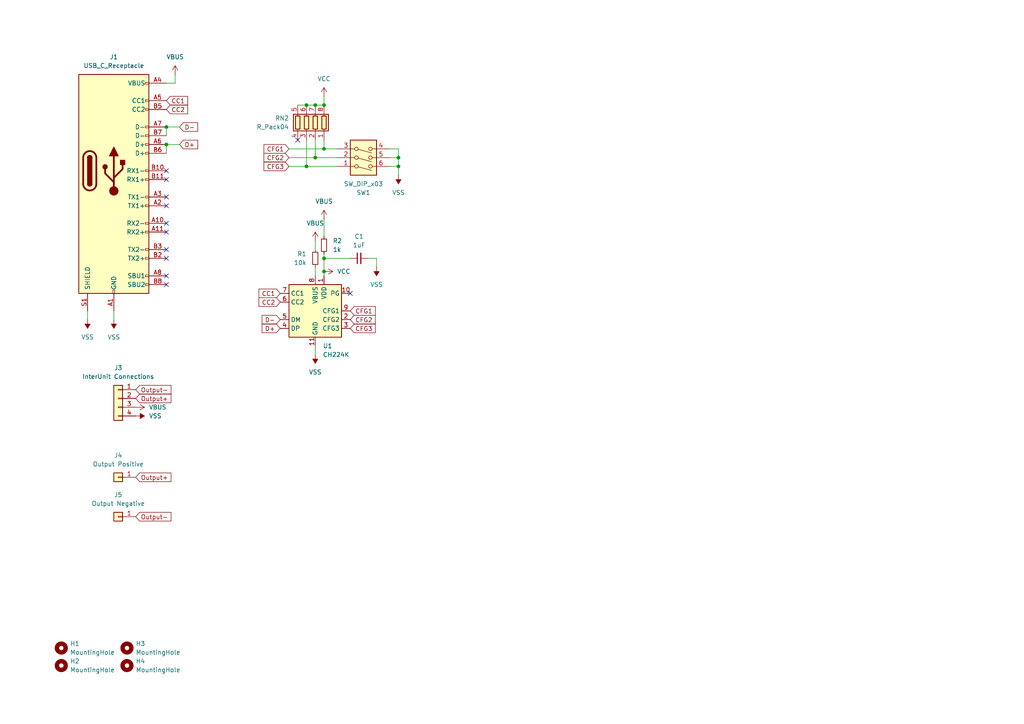
<source format=kicad_sch>
(kicad_sch
	(version 20250114)
	(generator "eeschema")
	(generator_version "9.0")
	(uuid "458e3452-2f35-4296-a262-4819825c9b36")
	(paper "A4")
	(lib_symbols
		(symbol "Connector:USB_C_Receptacle"
			(pin_names
				(offset 1.016)
			)
			(exclude_from_sim no)
			(in_bom yes)
			(on_board yes)
			(property "Reference" "J"
				(at -10.16 29.21 0)
				(effects
					(font
						(size 1.27 1.27)
					)
					(justify left)
				)
			)
			(property "Value" "USB_C_Receptacle"
				(at 10.16 29.21 0)
				(effects
					(font
						(size 1.27 1.27)
					)
					(justify right)
				)
			)
			(property "Footprint" ""
				(at 3.81 0 0)
				(effects
					(font
						(size 1.27 1.27)
					)
					(hide yes)
				)
			)
			(property "Datasheet" "https://www.usb.org/sites/default/files/documents/usb_type-c.zip"
				(at 3.81 0 0)
				(effects
					(font
						(size 1.27 1.27)
					)
					(hide yes)
				)
			)
			(property "Description" "USB Full-Featured Type-C Receptacle connector"
				(at 0 0 0)
				(effects
					(font
						(size 1.27 1.27)
					)
					(hide yes)
				)
			)
			(property "ki_keywords" "usb universal serial bus type-C full-featured"
				(at 0 0 0)
				(effects
					(font
						(size 1.27 1.27)
					)
					(hide yes)
				)
			)
			(property "ki_fp_filters" "USB*C*Receptacle*"
				(at 0 0 0)
				(effects
					(font
						(size 1.27 1.27)
					)
					(hide yes)
				)
			)
			(symbol "USB_C_Receptacle_0_0"
				(rectangle
					(start -0.254 -35.56)
					(end 0.254 -34.544)
					(stroke
						(width 0)
						(type default)
					)
					(fill
						(type none)
					)
				)
				(rectangle
					(start 10.16 25.654)
					(end 9.144 25.146)
					(stroke
						(width 0)
						(type default)
					)
					(fill
						(type none)
					)
				)
				(rectangle
					(start 10.16 20.574)
					(end 9.144 20.066)
					(stroke
						(width 0)
						(type default)
					)
					(fill
						(type none)
					)
				)
				(rectangle
					(start 10.16 18.034)
					(end 9.144 17.526)
					(stroke
						(width 0)
						(type default)
					)
					(fill
						(type none)
					)
				)
				(rectangle
					(start 10.16 12.954)
					(end 9.144 12.446)
					(stroke
						(width 0)
						(type default)
					)
					(fill
						(type none)
					)
				)
				(rectangle
					(start 10.16 10.414)
					(end 9.144 9.906)
					(stroke
						(width 0)
						(type default)
					)
					(fill
						(type none)
					)
				)
				(rectangle
					(start 10.16 7.874)
					(end 9.144 7.366)
					(stroke
						(width 0)
						(type default)
					)
					(fill
						(type none)
					)
				)
				(rectangle
					(start 10.16 5.334)
					(end 9.144 4.826)
					(stroke
						(width 0)
						(type default)
					)
					(fill
						(type none)
					)
				)
				(rectangle
					(start 10.16 0.254)
					(end 9.144 -0.254)
					(stroke
						(width 0)
						(type default)
					)
					(fill
						(type none)
					)
				)
				(rectangle
					(start 10.16 -2.286)
					(end 9.144 -2.794)
					(stroke
						(width 0)
						(type default)
					)
					(fill
						(type none)
					)
				)
				(rectangle
					(start 10.16 -7.366)
					(end 9.144 -7.874)
					(stroke
						(width 0)
						(type default)
					)
					(fill
						(type none)
					)
				)
				(rectangle
					(start 10.16 -9.906)
					(end 9.144 -10.414)
					(stroke
						(width 0)
						(type default)
					)
					(fill
						(type none)
					)
				)
				(rectangle
					(start 10.16 -14.986)
					(end 9.144 -15.494)
					(stroke
						(width 0)
						(type default)
					)
					(fill
						(type none)
					)
				)
				(rectangle
					(start 10.16 -17.526)
					(end 9.144 -18.034)
					(stroke
						(width 0)
						(type default)
					)
					(fill
						(type none)
					)
				)
				(rectangle
					(start 10.16 -22.606)
					(end 9.144 -23.114)
					(stroke
						(width 0)
						(type default)
					)
					(fill
						(type none)
					)
				)
				(rectangle
					(start 10.16 -25.146)
					(end 9.144 -25.654)
					(stroke
						(width 0)
						(type default)
					)
					(fill
						(type none)
					)
				)
				(rectangle
					(start 10.16 -30.226)
					(end 9.144 -30.734)
					(stroke
						(width 0)
						(type default)
					)
					(fill
						(type none)
					)
				)
				(rectangle
					(start 10.16 -32.766)
					(end 9.144 -33.274)
					(stroke
						(width 0)
						(type default)
					)
					(fill
						(type none)
					)
				)
			)
			(symbol "USB_C_Receptacle_0_1"
				(rectangle
					(start -10.16 27.94)
					(end 10.16 -35.56)
					(stroke
						(width 0.254)
						(type default)
					)
					(fill
						(type background)
					)
				)
				(polyline
					(pts
						(xy -8.89 -3.81) (xy -8.89 3.81)
					)
					(stroke
						(width 0.508)
						(type default)
					)
					(fill
						(type none)
					)
				)
				(rectangle
					(start -7.62 -3.81)
					(end -6.35 3.81)
					(stroke
						(width 0.254)
						(type default)
					)
					(fill
						(type outline)
					)
				)
				(arc
					(start -7.62 3.81)
					(mid -6.985 4.4423)
					(end -6.35 3.81)
					(stroke
						(width 0.254)
						(type default)
					)
					(fill
						(type none)
					)
				)
				(arc
					(start -7.62 3.81)
					(mid -6.985 4.4423)
					(end -6.35 3.81)
					(stroke
						(width 0.254)
						(type default)
					)
					(fill
						(type outline)
					)
				)
				(arc
					(start -8.89 3.81)
					(mid -6.985 5.7067)
					(end -5.08 3.81)
					(stroke
						(width 0.508)
						(type default)
					)
					(fill
						(type none)
					)
				)
				(arc
					(start -5.08 -3.81)
					(mid -6.985 -5.7067)
					(end -8.89 -3.81)
					(stroke
						(width 0.508)
						(type default)
					)
					(fill
						(type none)
					)
				)
				(arc
					(start -6.35 -3.81)
					(mid -6.985 -4.4423)
					(end -7.62 -3.81)
					(stroke
						(width 0.254)
						(type default)
					)
					(fill
						(type none)
					)
				)
				(arc
					(start -6.35 -3.81)
					(mid -6.985 -4.4423)
					(end -7.62 -3.81)
					(stroke
						(width 0.254)
						(type default)
					)
					(fill
						(type outline)
					)
				)
				(polyline
					(pts
						(xy -5.08 3.81) (xy -5.08 -3.81)
					)
					(stroke
						(width 0.508)
						(type default)
					)
					(fill
						(type none)
					)
				)
			)
			(symbol "USB_C_Receptacle_1_1"
				(circle
					(center -2.54 1.143)
					(radius 0.635)
					(stroke
						(width 0.254)
						(type default)
					)
					(fill
						(type outline)
					)
				)
				(polyline
					(pts
						(xy -1.27 4.318) (xy 0 6.858) (xy 1.27 4.318) (xy -1.27 4.318)
					)
					(stroke
						(width 0.254)
						(type default)
					)
					(fill
						(type outline)
					)
				)
				(polyline
					(pts
						(xy 0 -2.032) (xy 2.54 0.508) (xy 2.54 1.778)
					)
					(stroke
						(width 0.508)
						(type default)
					)
					(fill
						(type none)
					)
				)
				(polyline
					(pts
						(xy 0 -3.302) (xy -2.54 -0.762) (xy -2.54 0.508)
					)
					(stroke
						(width 0.508)
						(type default)
					)
					(fill
						(type none)
					)
				)
				(polyline
					(pts
						(xy 0 -5.842) (xy 0 4.318)
					)
					(stroke
						(width 0.508)
						(type default)
					)
					(fill
						(type none)
					)
				)
				(circle
					(center 0 -5.842)
					(radius 1.27)
					(stroke
						(width 0)
						(type default)
					)
					(fill
						(type outline)
					)
				)
				(rectangle
					(start 1.905 1.778)
					(end 3.175 3.048)
					(stroke
						(width 0.254)
						(type default)
					)
					(fill
						(type outline)
					)
				)
				(pin passive line
					(at -7.62 -40.64 90)
					(length 5.08)
					(name "SHIELD"
						(effects
							(font
								(size 1.27 1.27)
							)
						)
					)
					(number "S1"
						(effects
							(font
								(size 1.27 1.27)
							)
						)
					)
				)
				(pin passive line
					(at 0 -40.64 90)
					(length 5.08)
					(name "GND"
						(effects
							(font
								(size 1.27 1.27)
							)
						)
					)
					(number "A1"
						(effects
							(font
								(size 1.27 1.27)
							)
						)
					)
				)
				(pin passive line
					(at 0 -40.64 90)
					(length 5.08)
					(hide yes)
					(name "GND"
						(effects
							(font
								(size 1.27 1.27)
							)
						)
					)
					(number "A12"
						(effects
							(font
								(size 1.27 1.27)
							)
						)
					)
				)
				(pin passive line
					(at 0 -40.64 90)
					(length 5.08)
					(hide yes)
					(name "GND"
						(effects
							(font
								(size 1.27 1.27)
							)
						)
					)
					(number "B1"
						(effects
							(font
								(size 1.27 1.27)
							)
						)
					)
				)
				(pin passive line
					(at 0 -40.64 90)
					(length 5.08)
					(hide yes)
					(name "GND"
						(effects
							(font
								(size 1.27 1.27)
							)
						)
					)
					(number "B12"
						(effects
							(font
								(size 1.27 1.27)
							)
						)
					)
				)
				(pin passive line
					(at 15.24 25.4 180)
					(length 5.08)
					(name "VBUS"
						(effects
							(font
								(size 1.27 1.27)
							)
						)
					)
					(number "A4"
						(effects
							(font
								(size 1.27 1.27)
							)
						)
					)
				)
				(pin passive line
					(at 15.24 25.4 180)
					(length 5.08)
					(hide yes)
					(name "VBUS"
						(effects
							(font
								(size 1.27 1.27)
							)
						)
					)
					(number "A9"
						(effects
							(font
								(size 1.27 1.27)
							)
						)
					)
				)
				(pin passive line
					(at 15.24 25.4 180)
					(length 5.08)
					(hide yes)
					(name "VBUS"
						(effects
							(font
								(size 1.27 1.27)
							)
						)
					)
					(number "B4"
						(effects
							(font
								(size 1.27 1.27)
							)
						)
					)
				)
				(pin passive line
					(at 15.24 25.4 180)
					(length 5.08)
					(hide yes)
					(name "VBUS"
						(effects
							(font
								(size 1.27 1.27)
							)
						)
					)
					(number "B9"
						(effects
							(font
								(size 1.27 1.27)
							)
						)
					)
				)
				(pin bidirectional line
					(at 15.24 20.32 180)
					(length 5.08)
					(name "CC1"
						(effects
							(font
								(size 1.27 1.27)
							)
						)
					)
					(number "A5"
						(effects
							(font
								(size 1.27 1.27)
							)
						)
					)
				)
				(pin bidirectional line
					(at 15.24 17.78 180)
					(length 5.08)
					(name "CC2"
						(effects
							(font
								(size 1.27 1.27)
							)
						)
					)
					(number "B5"
						(effects
							(font
								(size 1.27 1.27)
							)
						)
					)
				)
				(pin bidirectional line
					(at 15.24 12.7 180)
					(length 5.08)
					(name "D-"
						(effects
							(font
								(size 1.27 1.27)
							)
						)
					)
					(number "A7"
						(effects
							(font
								(size 1.27 1.27)
							)
						)
					)
				)
				(pin bidirectional line
					(at 15.24 10.16 180)
					(length 5.08)
					(name "D-"
						(effects
							(font
								(size 1.27 1.27)
							)
						)
					)
					(number "B7"
						(effects
							(font
								(size 1.27 1.27)
							)
						)
					)
				)
				(pin bidirectional line
					(at 15.24 7.62 180)
					(length 5.08)
					(name "D+"
						(effects
							(font
								(size 1.27 1.27)
							)
						)
					)
					(number "A6"
						(effects
							(font
								(size 1.27 1.27)
							)
						)
					)
				)
				(pin bidirectional line
					(at 15.24 5.08 180)
					(length 5.08)
					(name "D+"
						(effects
							(font
								(size 1.27 1.27)
							)
						)
					)
					(number "B6"
						(effects
							(font
								(size 1.27 1.27)
							)
						)
					)
				)
				(pin bidirectional line
					(at 15.24 0 180)
					(length 5.08)
					(name "RX1-"
						(effects
							(font
								(size 1.27 1.27)
							)
						)
					)
					(number "B10"
						(effects
							(font
								(size 1.27 1.27)
							)
						)
					)
				)
				(pin bidirectional line
					(at 15.24 -2.54 180)
					(length 5.08)
					(name "RX1+"
						(effects
							(font
								(size 1.27 1.27)
							)
						)
					)
					(number "B11"
						(effects
							(font
								(size 1.27 1.27)
							)
						)
					)
				)
				(pin bidirectional line
					(at 15.24 -7.62 180)
					(length 5.08)
					(name "TX1-"
						(effects
							(font
								(size 1.27 1.27)
							)
						)
					)
					(number "A3"
						(effects
							(font
								(size 1.27 1.27)
							)
						)
					)
				)
				(pin bidirectional line
					(at 15.24 -10.16 180)
					(length 5.08)
					(name "TX1+"
						(effects
							(font
								(size 1.27 1.27)
							)
						)
					)
					(number "A2"
						(effects
							(font
								(size 1.27 1.27)
							)
						)
					)
				)
				(pin bidirectional line
					(at 15.24 -15.24 180)
					(length 5.08)
					(name "RX2-"
						(effects
							(font
								(size 1.27 1.27)
							)
						)
					)
					(number "A10"
						(effects
							(font
								(size 1.27 1.27)
							)
						)
					)
				)
				(pin bidirectional line
					(at 15.24 -17.78 180)
					(length 5.08)
					(name "RX2+"
						(effects
							(font
								(size 1.27 1.27)
							)
						)
					)
					(number "A11"
						(effects
							(font
								(size 1.27 1.27)
							)
						)
					)
				)
				(pin bidirectional line
					(at 15.24 -22.86 180)
					(length 5.08)
					(name "TX2-"
						(effects
							(font
								(size 1.27 1.27)
							)
						)
					)
					(number "B3"
						(effects
							(font
								(size 1.27 1.27)
							)
						)
					)
				)
				(pin bidirectional line
					(at 15.24 -25.4 180)
					(length 5.08)
					(name "TX2+"
						(effects
							(font
								(size 1.27 1.27)
							)
						)
					)
					(number "B2"
						(effects
							(font
								(size 1.27 1.27)
							)
						)
					)
				)
				(pin bidirectional line
					(at 15.24 -30.48 180)
					(length 5.08)
					(name "SBU1"
						(effects
							(font
								(size 1.27 1.27)
							)
						)
					)
					(number "A8"
						(effects
							(font
								(size 1.27 1.27)
							)
						)
					)
				)
				(pin bidirectional line
					(at 15.24 -33.02 180)
					(length 5.08)
					(name "SBU2"
						(effects
							(font
								(size 1.27 1.27)
							)
						)
					)
					(number "B8"
						(effects
							(font
								(size 1.27 1.27)
							)
						)
					)
				)
			)
			(embedded_fonts no)
		)
		(symbol "Connector_Generic:Conn_01x01"
			(pin_names
				(offset 1.016)
				(hide yes)
			)
			(exclude_from_sim no)
			(in_bom yes)
			(on_board yes)
			(property "Reference" "J"
				(at 0 2.54 0)
				(effects
					(font
						(size 1.27 1.27)
					)
				)
			)
			(property "Value" "Conn_01x01"
				(at 0 -2.54 0)
				(effects
					(font
						(size 1.27 1.27)
					)
				)
			)
			(property "Footprint" ""
				(at 0 0 0)
				(effects
					(font
						(size 1.27 1.27)
					)
					(hide yes)
				)
			)
			(property "Datasheet" "~"
				(at 0 0 0)
				(effects
					(font
						(size 1.27 1.27)
					)
					(hide yes)
				)
			)
			(property "Description" "Generic connector, single row, 01x01, script generated (kicad-library-utils/schlib/autogen/connector/)"
				(at 0 0 0)
				(effects
					(font
						(size 1.27 1.27)
					)
					(hide yes)
				)
			)
			(property "ki_keywords" "connector"
				(at 0 0 0)
				(effects
					(font
						(size 1.27 1.27)
					)
					(hide yes)
				)
			)
			(property "ki_fp_filters" "Connector*:*_1x??_*"
				(at 0 0 0)
				(effects
					(font
						(size 1.27 1.27)
					)
					(hide yes)
				)
			)
			(symbol "Conn_01x01_1_1"
				(rectangle
					(start -1.27 1.27)
					(end 1.27 -1.27)
					(stroke
						(width 0.254)
						(type default)
					)
					(fill
						(type background)
					)
				)
				(rectangle
					(start -1.27 0.127)
					(end 0 -0.127)
					(stroke
						(width 0.1524)
						(type default)
					)
					(fill
						(type none)
					)
				)
				(pin passive line
					(at -5.08 0 0)
					(length 3.81)
					(name "Pin_1"
						(effects
							(font
								(size 1.27 1.27)
							)
						)
					)
					(number "1"
						(effects
							(font
								(size 1.27 1.27)
							)
						)
					)
				)
			)
			(embedded_fonts no)
		)
		(symbol "Connector_Generic:Conn_01x04"
			(pin_names
				(offset 1.016)
				(hide yes)
			)
			(exclude_from_sim no)
			(in_bom yes)
			(on_board yes)
			(property "Reference" "J"
				(at 0 5.08 0)
				(effects
					(font
						(size 1.27 1.27)
					)
				)
			)
			(property "Value" "Conn_01x04"
				(at 0 -7.62 0)
				(effects
					(font
						(size 1.27 1.27)
					)
				)
			)
			(property "Footprint" ""
				(at 0 0 0)
				(effects
					(font
						(size 1.27 1.27)
					)
					(hide yes)
				)
			)
			(property "Datasheet" "~"
				(at 0 0 0)
				(effects
					(font
						(size 1.27 1.27)
					)
					(hide yes)
				)
			)
			(property "Description" "Generic connector, single row, 01x04, script generated (kicad-library-utils/schlib/autogen/connector/)"
				(at 0 0 0)
				(effects
					(font
						(size 1.27 1.27)
					)
					(hide yes)
				)
			)
			(property "ki_keywords" "connector"
				(at 0 0 0)
				(effects
					(font
						(size 1.27 1.27)
					)
					(hide yes)
				)
			)
			(property "ki_fp_filters" "Connector*:*_1x??_*"
				(at 0 0 0)
				(effects
					(font
						(size 1.27 1.27)
					)
					(hide yes)
				)
			)
			(symbol "Conn_01x04_1_1"
				(rectangle
					(start -1.27 3.81)
					(end 1.27 -6.35)
					(stroke
						(width 0.254)
						(type default)
					)
					(fill
						(type background)
					)
				)
				(rectangle
					(start -1.27 2.667)
					(end 0 2.413)
					(stroke
						(width 0.1524)
						(type default)
					)
					(fill
						(type none)
					)
				)
				(rectangle
					(start -1.27 0.127)
					(end 0 -0.127)
					(stroke
						(width 0.1524)
						(type default)
					)
					(fill
						(type none)
					)
				)
				(rectangle
					(start -1.27 -2.413)
					(end 0 -2.667)
					(stroke
						(width 0.1524)
						(type default)
					)
					(fill
						(type none)
					)
				)
				(rectangle
					(start -1.27 -4.953)
					(end 0 -5.207)
					(stroke
						(width 0.1524)
						(type default)
					)
					(fill
						(type none)
					)
				)
				(pin passive line
					(at -5.08 2.54 0)
					(length 3.81)
					(name "Pin_1"
						(effects
							(font
								(size 1.27 1.27)
							)
						)
					)
					(number "1"
						(effects
							(font
								(size 1.27 1.27)
							)
						)
					)
				)
				(pin passive line
					(at -5.08 0 0)
					(length 3.81)
					(name "Pin_2"
						(effects
							(font
								(size 1.27 1.27)
							)
						)
					)
					(number "2"
						(effects
							(font
								(size 1.27 1.27)
							)
						)
					)
				)
				(pin passive line
					(at -5.08 -2.54 0)
					(length 3.81)
					(name "Pin_3"
						(effects
							(font
								(size 1.27 1.27)
							)
						)
					)
					(number "3"
						(effects
							(font
								(size 1.27 1.27)
							)
						)
					)
				)
				(pin passive line
					(at -5.08 -5.08 0)
					(length 3.81)
					(name "Pin_4"
						(effects
							(font
								(size 1.27 1.27)
							)
						)
					)
					(number "4"
						(effects
							(font
								(size 1.27 1.27)
							)
						)
					)
				)
			)
			(embedded_fonts no)
		)
		(symbol "Device:C_Small"
			(pin_numbers
				(hide yes)
			)
			(pin_names
				(offset 0.254)
				(hide yes)
			)
			(exclude_from_sim no)
			(in_bom yes)
			(on_board yes)
			(property "Reference" "C"
				(at 0.254 1.778 0)
				(effects
					(font
						(size 1.27 1.27)
					)
					(justify left)
				)
			)
			(property "Value" "C_Small"
				(at 0.254 -2.032 0)
				(effects
					(font
						(size 1.27 1.27)
					)
					(justify left)
				)
			)
			(property "Footprint" ""
				(at 0 0 0)
				(effects
					(font
						(size 1.27 1.27)
					)
					(hide yes)
				)
			)
			(property "Datasheet" "~"
				(at 0 0 0)
				(effects
					(font
						(size 1.27 1.27)
					)
					(hide yes)
				)
			)
			(property "Description" "Unpolarized capacitor, small symbol"
				(at 0 0 0)
				(effects
					(font
						(size 1.27 1.27)
					)
					(hide yes)
				)
			)
			(property "ki_keywords" "capacitor cap"
				(at 0 0 0)
				(effects
					(font
						(size 1.27 1.27)
					)
					(hide yes)
				)
			)
			(property "ki_fp_filters" "C_*"
				(at 0 0 0)
				(effects
					(font
						(size 1.27 1.27)
					)
					(hide yes)
				)
			)
			(symbol "C_Small_0_1"
				(polyline
					(pts
						(xy -1.524 0.508) (xy 1.524 0.508)
					)
					(stroke
						(width 0.3048)
						(type default)
					)
					(fill
						(type none)
					)
				)
				(polyline
					(pts
						(xy -1.524 -0.508) (xy 1.524 -0.508)
					)
					(stroke
						(width 0.3302)
						(type default)
					)
					(fill
						(type none)
					)
				)
			)
			(symbol "C_Small_1_1"
				(pin passive line
					(at 0 2.54 270)
					(length 2.032)
					(name "~"
						(effects
							(font
								(size 1.27 1.27)
							)
						)
					)
					(number "1"
						(effects
							(font
								(size 1.27 1.27)
							)
						)
					)
				)
				(pin passive line
					(at 0 -2.54 90)
					(length 2.032)
					(name "~"
						(effects
							(font
								(size 1.27 1.27)
							)
						)
					)
					(number "2"
						(effects
							(font
								(size 1.27 1.27)
							)
						)
					)
				)
			)
			(embedded_fonts no)
		)
		(symbol "Device:R_Small"
			(pin_numbers
				(hide yes)
			)
			(pin_names
				(offset 0.254)
				(hide yes)
			)
			(exclude_from_sim no)
			(in_bom yes)
			(on_board yes)
			(property "Reference" "R"
				(at 0.762 0.508 0)
				(effects
					(font
						(size 1.27 1.27)
					)
					(justify left)
				)
			)
			(property "Value" "R_Small"
				(at 0.762 -1.016 0)
				(effects
					(font
						(size 1.27 1.27)
					)
					(justify left)
				)
			)
			(property "Footprint" ""
				(at 0 0 0)
				(effects
					(font
						(size 1.27 1.27)
					)
					(hide yes)
				)
			)
			(property "Datasheet" "~"
				(at 0 0 0)
				(effects
					(font
						(size 1.27 1.27)
					)
					(hide yes)
				)
			)
			(property "Description" "Resistor, small symbol"
				(at 0 0 0)
				(effects
					(font
						(size 1.27 1.27)
					)
					(hide yes)
				)
			)
			(property "ki_keywords" "R resistor"
				(at 0 0 0)
				(effects
					(font
						(size 1.27 1.27)
					)
					(hide yes)
				)
			)
			(property "ki_fp_filters" "R_*"
				(at 0 0 0)
				(effects
					(font
						(size 1.27 1.27)
					)
					(hide yes)
				)
			)
			(symbol "R_Small_0_1"
				(rectangle
					(start -0.762 1.778)
					(end 0.762 -1.778)
					(stroke
						(width 0.2032)
						(type default)
					)
					(fill
						(type none)
					)
				)
			)
			(symbol "R_Small_1_1"
				(pin passive line
					(at 0 2.54 270)
					(length 0.762)
					(name "~"
						(effects
							(font
								(size 1.27 1.27)
							)
						)
					)
					(number "1"
						(effects
							(font
								(size 1.27 1.27)
							)
						)
					)
				)
				(pin passive line
					(at 0 -2.54 90)
					(length 0.762)
					(name "~"
						(effects
							(font
								(size 1.27 1.27)
							)
						)
					)
					(number "2"
						(effects
							(font
								(size 1.27 1.27)
							)
						)
					)
				)
			)
			(embedded_fonts no)
		)
		(symbol "Interface_USB:CH224K"
			(exclude_from_sim no)
			(in_bom yes)
			(on_board yes)
			(property "Reference" "U"
				(at -7.874 -8.89 0)
				(effects
					(font
						(size 1.27 1.27)
					)
					(justify left)
				)
			)
			(property "Value" "CH224K"
				(at 3.048 -8.89 0)
				(effects
					(font
						(size 1.27 1.27)
					)
					(justify left)
				)
			)
			(property "Footprint" "Package_SO:SSOP-10-1EP_3.9x4.9mm_P1mm_EP2.1x3.3mm"
				(at 0 -24.13 0)
				(effects
					(font
						(size 1.27 1.27)
					)
					(hide yes)
				)
			)
			(property "Datasheet" "https://www.wch.cn/downloads/file/301.html"
				(at 0 13.97 0)
				(effects
					(font
						(size 1.27 1.27)
					)
					(hide yes)
				)
			)
			(property "Description" "100W USB Type-C PD3.0/2.0, BC1.2 Sink Controller, SSOP-10"
				(at 0 0 0)
				(effects
					(font
						(size 1.27 1.27)
					)
					(hide yes)
				)
			)
			(property "ki_keywords" "USB-C WCH powered-device"
				(at 0 0 0)
				(effects
					(font
						(size 1.27 1.27)
					)
					(hide yes)
				)
			)
			(property "ki_fp_filters" "SSOP*3.9x4.9mm*P1mm*EP2.1x3.3mm*"
				(at 0 0 0)
				(effects
					(font
						(size 1.27 1.27)
					)
					(hide yes)
				)
			)
			(symbol "CH224K_1_1"
				(rectangle
					(start -7.62 7.62)
					(end 7.62 -7.62)
					(stroke
						(width 0.254)
						(type default)
					)
					(fill
						(type background)
					)
				)
				(pin bidirectional line
					(at -10.16 5.08 0)
					(length 2.54)
					(name "CC1"
						(effects
							(font
								(size 1.27 1.27)
							)
						)
					)
					(number "7"
						(effects
							(font
								(size 1.27 1.27)
							)
						)
					)
				)
				(pin bidirectional line
					(at -10.16 2.54 0)
					(length 2.54)
					(name "CC2"
						(effects
							(font
								(size 1.27 1.27)
							)
						)
					)
					(number "6"
						(effects
							(font
								(size 1.27 1.27)
							)
						)
					)
				)
				(pin bidirectional line
					(at -10.16 -2.54 0)
					(length 2.54)
					(name "DM"
						(effects
							(font
								(size 1.27 1.27)
							)
						)
					)
					(number "5"
						(effects
							(font
								(size 1.27 1.27)
							)
						)
					)
				)
				(pin bidirectional line
					(at -10.16 -5.08 0)
					(length 2.54)
					(name "DP"
						(effects
							(font
								(size 1.27 1.27)
							)
						)
					)
					(number "4"
						(effects
							(font
								(size 1.27 1.27)
							)
						)
					)
				)
				(pin passive line
					(at 0 10.16 270)
					(length 2.54)
					(name "VBUS"
						(effects
							(font
								(size 1.27 1.27)
							)
						)
					)
					(number "8"
						(effects
							(font
								(size 1.27 1.27)
							)
						)
					)
				)
				(pin power_in line
					(at 0 -10.16 90)
					(length 2.54)
					(name "GND"
						(effects
							(font
								(size 1.27 1.27)
							)
						)
					)
					(number "11"
						(effects
							(font
								(size 1.27 1.27)
							)
						)
					)
				)
				(pin power_in line
					(at 2.54 10.16 270)
					(length 2.54)
					(name "VDD"
						(effects
							(font
								(size 1.27 1.27)
							)
						)
					)
					(number "1"
						(effects
							(font
								(size 1.27 1.27)
							)
						)
					)
				)
				(pin open_collector line
					(at 10.16 5.08 180)
					(length 2.54)
					(name "PG"
						(effects
							(font
								(size 1.27 1.27)
							)
						)
					)
					(number "10"
						(effects
							(font
								(size 1.27 1.27)
							)
						)
					)
				)
				(pin passive line
					(at 10.16 0 180)
					(length 2.54)
					(name "CFG1"
						(effects
							(font
								(size 1.27 1.27)
							)
						)
					)
					(number "9"
						(effects
							(font
								(size 1.27 1.27)
							)
						)
					)
				)
				(pin passive line
					(at 10.16 -2.54 180)
					(length 2.54)
					(name "CFG2"
						(effects
							(font
								(size 1.27 1.27)
							)
						)
					)
					(number "2"
						(effects
							(font
								(size 1.27 1.27)
							)
						)
					)
				)
				(pin passive line
					(at 10.16 -5.08 180)
					(length 2.54)
					(name "CFG3"
						(effects
							(font
								(size 1.27 1.27)
							)
						)
					)
					(number "3"
						(effects
							(font
								(size 1.27 1.27)
							)
						)
					)
				)
			)
			(embedded_fonts no)
		)
		(symbol "Mechanical:MountingHole"
			(pin_names
				(offset 1.016)
			)
			(exclude_from_sim no)
			(in_bom yes)
			(on_board yes)
			(property "Reference" "H"
				(at 0 5.08 0)
				(effects
					(font
						(size 1.27 1.27)
					)
				)
			)
			(property "Value" "MountingHole"
				(at 0 3.175 0)
				(effects
					(font
						(size 1.27 1.27)
					)
				)
			)
			(property "Footprint" ""
				(at 0 0 0)
				(effects
					(font
						(size 1.27 1.27)
					)
					(hide yes)
				)
			)
			(property "Datasheet" "~"
				(at 0 0 0)
				(effects
					(font
						(size 1.27 1.27)
					)
					(hide yes)
				)
			)
			(property "Description" "Mounting Hole without connection"
				(at 0 0 0)
				(effects
					(font
						(size 1.27 1.27)
					)
					(hide yes)
				)
			)
			(property "ki_keywords" "mounting hole"
				(at 0 0 0)
				(effects
					(font
						(size 1.27 1.27)
					)
					(hide yes)
				)
			)
			(property "ki_fp_filters" "MountingHole*"
				(at 0 0 0)
				(effects
					(font
						(size 1.27 1.27)
					)
					(hide yes)
				)
			)
			(symbol "MountingHole_0_1"
				(circle
					(center 0 0)
					(radius 1.27)
					(stroke
						(width 1.27)
						(type default)
					)
					(fill
						(type none)
					)
				)
			)
			(embedded_fonts no)
		)
		(symbol "R_Pack04_1"
			(pin_names
				(offset 0)
				(hide yes)
			)
			(exclude_from_sim no)
			(in_bom yes)
			(on_board yes)
			(property "Reference" "RN"
				(at -7.62 0 90)
				(effects
					(font
						(size 1.27 1.27)
					)
				)
			)
			(property "Value" "R_Pack04"
				(at 5.08 0 90)
				(effects
					(font
						(size 1.27 1.27)
					)
				)
			)
			(property "Footprint" ""
				(at 6.985 0 90)
				(effects
					(font
						(size 1.27 1.27)
					)
					(hide yes)
				)
			)
			(property "Datasheet" "~"
				(at 0 0 0)
				(effects
					(font
						(size 1.27 1.27)
					)
					(hide yes)
				)
			)
			(property "Description" "4 resistor network, parallel topology"
				(at 0 0 0)
				(effects
					(font
						(size 1.27 1.27)
					)
					(hide yes)
				)
			)
			(property "ki_keywords" "R network parallel topology isolated"
				(at 0 0 0)
				(effects
					(font
						(size 1.27 1.27)
					)
					(hide yes)
				)
			)
			(property "ki_fp_filters" "DIP* SOIC* R*Array*Concave* R*Array*Convex* MSOP*"
				(at 0 0 0)
				(effects
					(font
						(size 1.27 1.27)
					)
					(hide yes)
				)
			)
			(symbol "R_Pack04_1_0_1"
				(rectangle
					(start -6.35 -2.413)
					(end 3.81 2.413)
					(stroke
						(width 0.254)
						(type default)
					)
					(fill
						(type background)
					)
				)
				(rectangle
					(start -5.715 1.905)
					(end -4.445 -1.905)
					(stroke
						(width 0.254)
						(type default)
					)
					(fill
						(type none)
					)
				)
				(polyline
					(pts
						(xy -5.08 1.905) (xy -5.08 2.54)
					)
					(stroke
						(width 0)
						(type default)
					)
					(fill
						(type none)
					)
				)
				(polyline
					(pts
						(xy -5.08 -2.54) (xy -5.08 -1.905)
					)
					(stroke
						(width 0)
						(type default)
					)
					(fill
						(type none)
					)
				)
				(rectangle
					(start -3.175 1.905)
					(end -1.905 -1.905)
					(stroke
						(width 0.254)
						(type default)
					)
					(fill
						(type none)
					)
				)
				(polyline
					(pts
						(xy -2.54 1.905) (xy -2.54 2.54)
					)
					(stroke
						(width 0)
						(type default)
					)
					(fill
						(type none)
					)
				)
				(polyline
					(pts
						(xy -2.54 -2.54) (xy -2.54 -1.905)
					)
					(stroke
						(width 0)
						(type default)
					)
					(fill
						(type none)
					)
				)
				(rectangle
					(start -0.635 1.905)
					(end 0.635 -1.905)
					(stroke
						(width 0.254)
						(type default)
					)
					(fill
						(type none)
					)
				)
				(polyline
					(pts
						(xy 0 1.905) (xy 0 2.54)
					)
					(stroke
						(width 0)
						(type default)
					)
					(fill
						(type none)
					)
				)
				(polyline
					(pts
						(xy 0 -2.54) (xy 0 -1.905)
					)
					(stroke
						(width 0)
						(type default)
					)
					(fill
						(type none)
					)
				)
				(rectangle
					(start 1.905 1.905)
					(end 3.175 -1.905)
					(stroke
						(width 0.254)
						(type default)
					)
					(fill
						(type none)
					)
				)
				(polyline
					(pts
						(xy 2.54 1.905) (xy 2.54 2.54)
					)
					(stroke
						(width 0)
						(type default)
					)
					(fill
						(type none)
					)
				)
				(polyline
					(pts
						(xy 2.54 -2.54) (xy 2.54 -1.905)
					)
					(stroke
						(width 0)
						(type default)
					)
					(fill
						(type none)
					)
				)
			)
			(symbol "R_Pack04_1_1_1"
				(pin passive line
					(at -5.08 5.08 270)
					(length 2.54)
					(name "R1.2"
						(effects
							(font
								(size 1.27 1.27)
							)
						)
					)
					(number "8"
						(effects
							(font
								(size 1.27 1.27)
							)
						)
					)
				)
				(pin passive line
					(at -5.08 -5.08 90)
					(length 2.54)
					(name "R1.1"
						(effects
							(font
								(size 1.27 1.27)
							)
						)
					)
					(number "1"
						(effects
							(font
								(size 1.27 1.27)
							)
						)
					)
				)
				(pin passive line
					(at -2.54 5.08 270)
					(length 2.54)
					(name "R2.2"
						(effects
							(font
								(size 1.27 1.27)
							)
						)
					)
					(number "7"
						(effects
							(font
								(size 1.27 1.27)
							)
						)
					)
				)
				(pin passive line
					(at -2.54 -5.08 90)
					(length 2.54)
					(name "R2.1"
						(effects
							(font
								(size 1.27 1.27)
							)
						)
					)
					(number "2"
						(effects
							(font
								(size 1.27 1.27)
							)
						)
					)
				)
				(pin passive line
					(at 0 5.08 270)
					(length 2.54)
					(name "R3.2"
						(effects
							(font
								(size 1.27 1.27)
							)
						)
					)
					(number "6"
						(effects
							(font
								(size 1.27 1.27)
							)
						)
					)
				)
				(pin passive line
					(at 0 -5.08 90)
					(length 2.54)
					(name "R3.1"
						(effects
							(font
								(size 1.27 1.27)
							)
						)
					)
					(number "3"
						(effects
							(font
								(size 1.27 1.27)
							)
						)
					)
				)
				(pin passive line
					(at 2.54 5.08 270)
					(length 2.54)
					(name "R4.2"
						(effects
							(font
								(size 1.27 1.27)
							)
						)
					)
					(number "5"
						(effects
							(font
								(size 1.27 1.27)
							)
						)
					)
				)
				(pin passive line
					(at 2.54 -5.08 90)
					(length 2.54)
					(name "R4.1"
						(effects
							(font
								(size 1.27 1.27)
							)
						)
					)
					(number "4"
						(effects
							(font
								(size 1.27 1.27)
							)
						)
					)
				)
			)
			(embedded_fonts no)
		)
		(symbol "Switch:SW_DIP_x03"
			(pin_names
				(offset 0)
				(hide yes)
			)
			(exclude_from_sim no)
			(in_bom yes)
			(on_board yes)
			(property "Reference" "SW"
				(at 0 6.35 0)
				(effects
					(font
						(size 1.27 1.27)
					)
				)
			)
			(property "Value" "SW_DIP_x03"
				(at 0 -6.35 0)
				(effects
					(font
						(size 1.27 1.27)
					)
				)
			)
			(property "Footprint" ""
				(at 0 -2.54 0)
				(effects
					(font
						(size 1.27 1.27)
					)
					(hide yes)
				)
			)
			(property "Datasheet" "~"
				(at 0 -2.54 0)
				(effects
					(font
						(size 1.27 1.27)
					)
					(hide yes)
				)
			)
			(property "Description" "3x DIP Switch, Single Pole Single Throw (SPST) switch, small symbol"
				(at 0 0 0)
				(effects
					(font
						(size 1.27 1.27)
					)
					(hide yes)
				)
			)
			(property "ki_keywords" "dip switch"
				(at 0 0 0)
				(effects
					(font
						(size 1.27 1.27)
					)
					(hide yes)
				)
			)
			(property "ki_fp_filters" "SW?DIP?x3*"
				(at 0 0 0)
				(effects
					(font
						(size 1.27 1.27)
					)
					(hide yes)
				)
			)
			(symbol "SW_DIP_x03_0_0"
				(circle
					(center -2.032 2.54)
					(radius 0.508)
					(stroke
						(width 0)
						(type default)
					)
					(fill
						(type none)
					)
				)
				(circle
					(center -2.032 0)
					(radius 0.508)
					(stroke
						(width 0)
						(type default)
					)
					(fill
						(type none)
					)
				)
				(circle
					(center -2.032 -2.54)
					(radius 0.508)
					(stroke
						(width 0)
						(type default)
					)
					(fill
						(type none)
					)
				)
				(polyline
					(pts
						(xy -1.524 2.667) (xy 2.3622 3.7084)
					)
					(stroke
						(width 0)
						(type default)
					)
					(fill
						(type none)
					)
				)
				(polyline
					(pts
						(xy -1.524 0.127) (xy 2.3622 1.1684)
					)
					(stroke
						(width 0)
						(type default)
					)
					(fill
						(type none)
					)
				)
				(polyline
					(pts
						(xy -1.524 -2.413) (xy 2.3622 -1.3716)
					)
					(stroke
						(width 0)
						(type default)
					)
					(fill
						(type none)
					)
				)
				(circle
					(center 2.032 2.54)
					(radius 0.508)
					(stroke
						(width 0)
						(type default)
					)
					(fill
						(type none)
					)
				)
				(circle
					(center 2.032 0)
					(radius 0.508)
					(stroke
						(width 0)
						(type default)
					)
					(fill
						(type none)
					)
				)
				(circle
					(center 2.032 -2.54)
					(radius 0.508)
					(stroke
						(width 0)
						(type default)
					)
					(fill
						(type none)
					)
				)
			)
			(symbol "SW_DIP_x03_0_1"
				(rectangle
					(start -3.81 5.08)
					(end 3.81 -5.08)
					(stroke
						(width 0.254)
						(type default)
					)
					(fill
						(type background)
					)
				)
			)
			(symbol "SW_DIP_x03_1_1"
				(pin passive line
					(at -7.62 2.54 0)
					(length 5.08)
					(name "~"
						(effects
							(font
								(size 1.27 1.27)
							)
						)
					)
					(number "1"
						(effects
							(font
								(size 1.27 1.27)
							)
						)
					)
				)
				(pin passive line
					(at -7.62 0 0)
					(length 5.08)
					(name "~"
						(effects
							(font
								(size 1.27 1.27)
							)
						)
					)
					(number "2"
						(effects
							(font
								(size 1.27 1.27)
							)
						)
					)
				)
				(pin passive line
					(at -7.62 -2.54 0)
					(length 5.08)
					(name "~"
						(effects
							(font
								(size 1.27 1.27)
							)
						)
					)
					(number "3"
						(effects
							(font
								(size 1.27 1.27)
							)
						)
					)
				)
				(pin passive line
					(at 7.62 2.54 180)
					(length 5.08)
					(name "~"
						(effects
							(font
								(size 1.27 1.27)
							)
						)
					)
					(number "6"
						(effects
							(font
								(size 1.27 1.27)
							)
						)
					)
				)
				(pin passive line
					(at 7.62 0 180)
					(length 5.08)
					(name "~"
						(effects
							(font
								(size 1.27 1.27)
							)
						)
					)
					(number "5"
						(effects
							(font
								(size 1.27 1.27)
							)
						)
					)
				)
				(pin passive line
					(at 7.62 -2.54 180)
					(length 5.08)
					(name "~"
						(effects
							(font
								(size 1.27 1.27)
							)
						)
					)
					(number "4"
						(effects
							(font
								(size 1.27 1.27)
							)
						)
					)
				)
			)
			(embedded_fonts no)
		)
		(symbol "power:VBUS"
			(power)
			(pin_numbers
				(hide yes)
			)
			(pin_names
				(offset 0)
				(hide yes)
			)
			(exclude_from_sim no)
			(in_bom yes)
			(on_board yes)
			(property "Reference" "#PWR"
				(at 0 -3.81 0)
				(effects
					(font
						(size 1.27 1.27)
					)
					(hide yes)
				)
			)
			(property "Value" "VBUS"
				(at 0 3.556 0)
				(effects
					(font
						(size 1.27 1.27)
					)
				)
			)
			(property "Footprint" ""
				(at 0 0 0)
				(effects
					(font
						(size 1.27 1.27)
					)
					(hide yes)
				)
			)
			(property "Datasheet" ""
				(at 0 0 0)
				(effects
					(font
						(size 1.27 1.27)
					)
					(hide yes)
				)
			)
			(property "Description" "Power symbol creates a global label with name \"VBUS\""
				(at 0 0 0)
				(effects
					(font
						(size 1.27 1.27)
					)
					(hide yes)
				)
			)
			(property "ki_keywords" "global power"
				(at 0 0 0)
				(effects
					(font
						(size 1.27 1.27)
					)
					(hide yes)
				)
			)
			(symbol "VBUS_0_1"
				(polyline
					(pts
						(xy -0.762 1.27) (xy 0 2.54)
					)
					(stroke
						(width 0)
						(type default)
					)
					(fill
						(type none)
					)
				)
				(polyline
					(pts
						(xy 0 2.54) (xy 0.762 1.27)
					)
					(stroke
						(width 0)
						(type default)
					)
					(fill
						(type none)
					)
				)
				(polyline
					(pts
						(xy 0 0) (xy 0 2.54)
					)
					(stroke
						(width 0)
						(type default)
					)
					(fill
						(type none)
					)
				)
			)
			(symbol "VBUS_1_1"
				(pin power_in line
					(at 0 0 90)
					(length 0)
					(name "~"
						(effects
							(font
								(size 1.27 1.27)
							)
						)
					)
					(number "1"
						(effects
							(font
								(size 1.27 1.27)
							)
						)
					)
				)
			)
			(embedded_fonts no)
		)
		(symbol "power:VCC"
			(power)
			(pin_numbers
				(hide yes)
			)
			(pin_names
				(offset 0)
				(hide yes)
			)
			(exclude_from_sim no)
			(in_bom yes)
			(on_board yes)
			(property "Reference" "#PWR"
				(at 0 -3.81 0)
				(effects
					(font
						(size 1.27 1.27)
					)
					(hide yes)
				)
			)
			(property "Value" "VCC"
				(at 0 3.556 0)
				(effects
					(font
						(size 1.27 1.27)
					)
				)
			)
			(property "Footprint" ""
				(at 0 0 0)
				(effects
					(font
						(size 1.27 1.27)
					)
					(hide yes)
				)
			)
			(property "Datasheet" ""
				(at 0 0 0)
				(effects
					(font
						(size 1.27 1.27)
					)
					(hide yes)
				)
			)
			(property "Description" "Power symbol creates a global label with name \"VCC\""
				(at 0 0 0)
				(effects
					(font
						(size 1.27 1.27)
					)
					(hide yes)
				)
			)
			(property "ki_keywords" "global power"
				(at 0 0 0)
				(effects
					(font
						(size 1.27 1.27)
					)
					(hide yes)
				)
			)
			(symbol "VCC_0_1"
				(polyline
					(pts
						(xy -0.762 1.27) (xy 0 2.54)
					)
					(stroke
						(width 0)
						(type default)
					)
					(fill
						(type none)
					)
				)
				(polyline
					(pts
						(xy 0 2.54) (xy 0.762 1.27)
					)
					(stroke
						(width 0)
						(type default)
					)
					(fill
						(type none)
					)
				)
				(polyline
					(pts
						(xy 0 0) (xy 0 2.54)
					)
					(stroke
						(width 0)
						(type default)
					)
					(fill
						(type none)
					)
				)
			)
			(symbol "VCC_1_1"
				(pin power_in line
					(at 0 0 90)
					(length 0)
					(name "~"
						(effects
							(font
								(size 1.27 1.27)
							)
						)
					)
					(number "1"
						(effects
							(font
								(size 1.27 1.27)
							)
						)
					)
				)
			)
			(embedded_fonts no)
		)
		(symbol "power:VSS"
			(power)
			(pin_numbers
				(hide yes)
			)
			(pin_names
				(offset 0)
				(hide yes)
			)
			(exclude_from_sim no)
			(in_bom yes)
			(on_board yes)
			(property "Reference" "#PWR"
				(at 0 -3.81 0)
				(effects
					(font
						(size 1.27 1.27)
					)
					(hide yes)
				)
			)
			(property "Value" "VSS"
				(at 0 3.556 0)
				(effects
					(font
						(size 1.27 1.27)
					)
				)
			)
			(property "Footprint" ""
				(at 0 0 0)
				(effects
					(font
						(size 1.27 1.27)
					)
					(hide yes)
				)
			)
			(property "Datasheet" ""
				(at 0 0 0)
				(effects
					(font
						(size 1.27 1.27)
					)
					(hide yes)
				)
			)
			(property "Description" "Power symbol creates a global label with name \"VSS\""
				(at 0 0 0)
				(effects
					(font
						(size 1.27 1.27)
					)
					(hide yes)
				)
			)
			(property "ki_keywords" "global power"
				(at 0 0 0)
				(effects
					(font
						(size 1.27 1.27)
					)
					(hide yes)
				)
			)
			(symbol "VSS_0_1"
				(polyline
					(pts
						(xy 0 0) (xy 0 2.54)
					)
					(stroke
						(width 0)
						(type default)
					)
					(fill
						(type none)
					)
				)
				(polyline
					(pts
						(xy 0.762 1.27) (xy -0.762 1.27) (xy 0 2.54) (xy 0.762 1.27)
					)
					(stroke
						(width 0)
						(type default)
					)
					(fill
						(type outline)
					)
				)
			)
			(symbol "VSS_1_1"
				(pin power_in line
					(at 0 0 90)
					(length 0)
					(name "~"
						(effects
							(font
								(size 1.27 1.27)
							)
						)
					)
					(number "1"
						(effects
							(font
								(size 1.27 1.27)
							)
						)
					)
				)
			)
			(embedded_fonts no)
		)
	)
	(junction
		(at 93.98 30.48)
		(diameter 0)
		(color 0 0 0 0)
		(uuid "229ef5da-1880-4be1-b4d1-4165c26f9f35")
	)
	(junction
		(at 93.98 74.93)
		(diameter 0)
		(color 0 0 0 0)
		(uuid "30961cd2-1960-4f99-aa98-b12024653018")
	)
	(junction
		(at 115.57 45.72)
		(diameter 0)
		(color 0 0 0 0)
		(uuid "3c0ca488-14ed-49db-87b5-89d46bb0b49e")
	)
	(junction
		(at 88.9 48.26)
		(diameter 0)
		(color 0 0 0 0)
		(uuid "600caca8-b1c8-4212-b04e-a31fffc34020")
	)
	(junction
		(at 91.44 45.72)
		(diameter 0)
		(color 0 0 0 0)
		(uuid "66dd7d81-47f9-4e9f-8b93-7815735427d1")
	)
	(junction
		(at 115.57 48.26)
		(diameter 0)
		(color 0 0 0 0)
		(uuid "68f31fdb-c1cd-4c80-9da0-0ae2722c982d")
	)
	(junction
		(at 48.26 36.83)
		(diameter 0)
		(color 0 0 0 0)
		(uuid "91ac2f25-0e82-4d24-9582-1b3a6804f94a")
	)
	(junction
		(at 91.44 30.48)
		(diameter 0)
		(color 0 0 0 0)
		(uuid "b798b82a-c786-420c-bb8d-174ecd171af3")
	)
	(junction
		(at 93.98 78.74)
		(diameter 0)
		(color 0 0 0 0)
		(uuid "c0eddf89-b54f-43ae-b8c3-992e108a378a")
	)
	(junction
		(at 88.9 30.48)
		(diameter 0)
		(color 0 0 0 0)
		(uuid "c903ffd0-5e00-4044-9eea-7e3f7712dabd")
	)
	(junction
		(at 93.98 43.18)
		(diameter 0)
		(color 0 0 0 0)
		(uuid "df0ce30f-ed5f-47b3-9385-3bd1aec521d0")
	)
	(junction
		(at 48.26 41.91)
		(diameter 0)
		(color 0 0 0 0)
		(uuid "fff52ec0-2991-4ff5-be55-ef5fdc59cd8c")
	)
	(no_connect
		(at 101.6 85.09)
		(uuid "1585607e-c9ed-4c79-9a69-e4d61f9c865d")
	)
	(no_connect
		(at 48.26 80.01)
		(uuid "23280ebc-cf1e-45eb-919c-f42466c0774e")
	)
	(no_connect
		(at 48.26 57.15)
		(uuid "2b2d0749-6e17-40d9-b18b-3482dd8e3079")
	)
	(no_connect
		(at 48.26 59.69)
		(uuid "4c479d7f-110f-46f7-b245-4713f9dc75f2")
	)
	(no_connect
		(at 86.36 40.64)
		(uuid "686b9ceb-ea48-4418-8718-2496fb42beb5")
	)
	(no_connect
		(at 48.26 64.77)
		(uuid "8accda86-fa38-4fb2-91ad-746307c88981")
	)
	(no_connect
		(at 48.26 52.07)
		(uuid "9cd1c8c7-b07a-4d1c-9927-a142ad543117")
	)
	(no_connect
		(at 48.26 49.53)
		(uuid "ae2f1be8-5cfa-46c6-8d54-50a544302c48")
	)
	(no_connect
		(at 48.26 74.93)
		(uuid "b1abedcd-3836-4e04-8829-f71b126b8a74")
	)
	(no_connect
		(at 48.26 72.39)
		(uuid "bd5b400a-e6be-44bb-8c47-28e513ba21be")
	)
	(no_connect
		(at 48.26 82.55)
		(uuid "c5f37042-2765-4714-98db-baec55b178f9")
	)
	(no_connect
		(at 48.26 67.31)
		(uuid "c961e068-6578-4b39-85e7-f2f2f13566a2")
	)
	(wire
		(pts
			(xy 93.98 74.93) (xy 93.98 78.74)
		)
		(stroke
			(width 0)
			(type default)
		)
		(uuid "01a094d5-2a3a-4344-b94c-afc1b767d89f")
	)
	(wire
		(pts
			(xy 93.98 73.66) (xy 93.98 74.93)
		)
		(stroke
			(width 0)
			(type default)
		)
		(uuid "0a012573-ee0b-4e04-8ffc-52c6c65df685")
	)
	(wire
		(pts
			(xy 48.26 36.83) (xy 48.26 39.37)
		)
		(stroke
			(width 0)
			(type default)
		)
		(uuid "0e1e49fb-f67b-4a99-97a0-42a42ba0e5cf")
	)
	(wire
		(pts
			(xy 113.03 45.72) (xy 115.57 45.72)
		)
		(stroke
			(width 0)
			(type default)
		)
		(uuid "13ea46c2-8714-4a14-a731-bac7c77c8c18")
	)
	(wire
		(pts
			(xy 115.57 50.8) (xy 115.57 48.26)
		)
		(stroke
			(width 0)
			(type default)
		)
		(uuid "1ef6d164-c8db-4cea-bc4d-a10cce55ef02")
	)
	(wire
		(pts
			(xy 91.44 100.33) (xy 91.44 102.87)
		)
		(stroke
			(width 0)
			(type default)
		)
		(uuid "1fa9c835-c4e4-425b-91b6-0bc19f267b1b")
	)
	(wire
		(pts
			(xy 109.22 77.47) (xy 109.22 74.93)
		)
		(stroke
			(width 0)
			(type default)
		)
		(uuid "2174b853-9195-407b-9a1b-45c117f2851d")
	)
	(wire
		(pts
			(xy 93.98 43.18) (xy 97.79 43.18)
		)
		(stroke
			(width 0)
			(type default)
		)
		(uuid "24b6b504-f15a-4fa6-a7ae-3bbbb3ee74a5")
	)
	(wire
		(pts
			(xy 86.36 30.48) (xy 88.9 30.48)
		)
		(stroke
			(width 0)
			(type default)
		)
		(uuid "2546f5cd-3c0f-447e-90b1-a058491cc099")
	)
	(wire
		(pts
			(xy 88.9 40.64) (xy 88.9 48.26)
		)
		(stroke
			(width 0)
			(type default)
		)
		(uuid "34b42eb8-0adb-4a62-9494-f7c17a3f8ea4")
	)
	(wire
		(pts
			(xy 88.9 30.48) (xy 91.44 30.48)
		)
		(stroke
			(width 0)
			(type default)
		)
		(uuid "34e259cc-389b-4344-94e0-2f7bfa7c3c76")
	)
	(wire
		(pts
			(xy 25.4 90.17) (xy 25.4 92.71)
		)
		(stroke
			(width 0)
			(type default)
		)
		(uuid "38d60352-35d8-49c1-ab3c-fa3016de30e0")
	)
	(wire
		(pts
			(xy 115.57 48.26) (xy 115.57 45.72)
		)
		(stroke
			(width 0)
			(type default)
		)
		(uuid "447b9cdc-7494-4eaf-bceb-5e734db83cf5")
	)
	(wire
		(pts
			(xy 93.98 74.93) (xy 101.6 74.93)
		)
		(stroke
			(width 0)
			(type default)
		)
		(uuid "4bdc97ba-1d1f-4cac-a937-a9f90db47432")
	)
	(wire
		(pts
			(xy 91.44 45.72) (xy 97.79 45.72)
		)
		(stroke
			(width 0)
			(type default)
		)
		(uuid "6177c74f-b0cb-49c9-ae13-5068850fcab0")
	)
	(wire
		(pts
			(xy 91.44 30.48) (xy 93.98 30.48)
		)
		(stroke
			(width 0)
			(type default)
		)
		(uuid "670eabe5-38a2-460a-97ac-f04ae5d624ff")
	)
	(wire
		(pts
			(xy 93.98 78.74) (xy 93.98 80.01)
		)
		(stroke
			(width 0)
			(type default)
		)
		(uuid "69063c17-ea07-495d-a81f-e04547d907bd")
	)
	(wire
		(pts
			(xy 91.44 77.47) (xy 91.44 80.01)
		)
		(stroke
			(width 0)
			(type default)
		)
		(uuid "80430ce5-7a73-4530-b4fa-abf40eb6ec0c")
	)
	(wire
		(pts
			(xy 91.44 40.64) (xy 91.44 45.72)
		)
		(stroke
			(width 0)
			(type default)
		)
		(uuid "8c0488d8-140d-4f12-9a3d-be2dd2c8ba35")
	)
	(wire
		(pts
			(xy 93.98 63.5) (xy 93.98 68.58)
		)
		(stroke
			(width 0)
			(type default)
		)
		(uuid "916494c4-4558-4f5c-9c09-6f70881dffbd")
	)
	(wire
		(pts
			(xy 115.57 43.18) (xy 113.03 43.18)
		)
		(stroke
			(width 0)
			(type default)
		)
		(uuid "a297d282-4657-44c8-a4a3-2e852ab5a90a")
	)
	(wire
		(pts
			(xy 83.82 43.18) (xy 93.98 43.18)
		)
		(stroke
			(width 0)
			(type default)
		)
		(uuid "b26ae834-388d-4201-9a0c-a976f3e414c4")
	)
	(wire
		(pts
			(xy 113.03 48.26) (xy 115.57 48.26)
		)
		(stroke
			(width 0)
			(type default)
		)
		(uuid "bbcc7c5c-cb8c-4f76-ac2e-8f8cf4098c7c")
	)
	(wire
		(pts
			(xy 91.44 69.85) (xy 91.44 72.39)
		)
		(stroke
			(width 0)
			(type default)
		)
		(uuid "c249f41c-f38f-4f2e-a5a6-edd46c464f9c")
	)
	(wire
		(pts
			(xy 48.26 36.83) (xy 52.07 36.83)
		)
		(stroke
			(width 0)
			(type default)
		)
		(uuid "cc66f0a0-77e4-430d-9a08-3229034a45a6")
	)
	(wire
		(pts
			(xy 93.98 40.64) (xy 93.98 43.18)
		)
		(stroke
			(width 0)
			(type default)
		)
		(uuid "ceb0118f-e25f-4b4a-b415-f60cf81d6b60")
	)
	(wire
		(pts
			(xy 88.9 48.26) (xy 97.79 48.26)
		)
		(stroke
			(width 0)
			(type default)
		)
		(uuid "d060209a-6407-4239-943c-e850688b2cf7")
	)
	(wire
		(pts
			(xy 33.02 90.17) (xy 33.02 92.71)
		)
		(stroke
			(width 0)
			(type default)
		)
		(uuid "d4b7b908-5b3a-496d-affa-30c20b959f02")
	)
	(wire
		(pts
			(xy 48.26 44.45) (xy 48.26 41.91)
		)
		(stroke
			(width 0)
			(type default)
		)
		(uuid "d5287b4a-d61d-4ca0-8d47-0bedaf3bb8df")
	)
	(wire
		(pts
			(xy 48.26 41.91) (xy 52.07 41.91)
		)
		(stroke
			(width 0)
			(type default)
		)
		(uuid "d6f7be29-b7c4-430c-9513-0a38a41e8852")
	)
	(wire
		(pts
			(xy 93.98 27.94) (xy 93.98 30.48)
		)
		(stroke
			(width 0)
			(type default)
		)
		(uuid "dc1894b2-4432-4f5a-bf2b-d73f119baac3")
	)
	(wire
		(pts
			(xy 83.82 45.72) (xy 91.44 45.72)
		)
		(stroke
			(width 0)
			(type default)
		)
		(uuid "e20b4c2b-b221-4607-88ad-9d629a60c29b")
	)
	(wire
		(pts
			(xy 48.26 24.13) (xy 50.8 24.13)
		)
		(stroke
			(width 0)
			(type default)
		)
		(uuid "e399759f-0182-46c8-a5de-add8ebef82d4")
	)
	(wire
		(pts
			(xy 83.82 48.26) (xy 88.9 48.26)
		)
		(stroke
			(width 0)
			(type default)
		)
		(uuid "e7646d9c-893a-4ba2-925f-76c1015456e9")
	)
	(wire
		(pts
			(xy 50.8 24.13) (xy 50.8 21.59)
		)
		(stroke
			(width 0)
			(type default)
		)
		(uuid "ed275d81-f02d-4d3b-a016-b851b52c038f")
	)
	(wire
		(pts
			(xy 109.22 74.93) (xy 106.68 74.93)
		)
		(stroke
			(width 0)
			(type default)
		)
		(uuid "fb679979-4058-46a7-a142-76e54b21d629")
	)
	(wire
		(pts
			(xy 115.57 45.72) (xy 115.57 43.18)
		)
		(stroke
			(width 0)
			(type default)
		)
		(uuid "fe37b63d-89f3-435e-9b99-6843395d3f1d")
	)
	(global_label "Output+"
		(shape input)
		(at 39.37 138.43 0)
		(fields_autoplaced yes)
		(effects
			(font
				(size 1.27 1.27)
			)
			(justify left)
		)
		(uuid "14f6202b-935a-4d69-a0ea-f761c83944ce")
		(property "Intersheetrefs" "${INTERSHEET_REFS}"
			(at 50.1565 138.43 0)
			(effects
				(font
					(size 1.27 1.27)
				)
				(justify left)
				(hide yes)
			)
		)
	)
	(global_label "CC2"
		(shape input)
		(at 48.26 31.75 0)
		(fields_autoplaced yes)
		(effects
			(font
				(size 1.27 1.27)
			)
			(justify left)
		)
		(uuid "1bfea970-7869-4db2-9345-b1159dbe6a4c")
		(property "Intersheetrefs" "${INTERSHEET_REFS}"
			(at 54.9947 31.75 0)
			(effects
				(font
					(size 1.27 1.27)
				)
				(justify left)
				(hide yes)
			)
		)
	)
	(global_label "Output-"
		(shape input)
		(at 39.37 113.03 0)
		(fields_autoplaced yes)
		(effects
			(font
				(size 1.27 1.27)
			)
			(justify left)
		)
		(uuid "3dbf6d03-be90-40b6-b2e2-d63c8689c162")
		(property "Intersheetrefs" "${INTERSHEET_REFS}"
			(at 50.1565 113.03 0)
			(effects
				(font
					(size 1.27 1.27)
				)
				(justify left)
				(hide yes)
			)
		)
	)
	(global_label "CC1"
		(shape input)
		(at 81.28 85.09 180)
		(fields_autoplaced yes)
		(effects
			(font
				(size 1.27 1.27)
			)
			(justify right)
		)
		(uuid "496a0675-eff1-4a9a-8763-566f2e649f5d")
		(property "Intersheetrefs" "${INTERSHEET_REFS}"
			(at 74.5453 85.09 0)
			(effects
				(font
					(size 1.27 1.27)
				)
				(justify right)
				(hide yes)
			)
		)
	)
	(global_label "CFG1"
		(shape input)
		(at 83.82 43.18 180)
		(fields_autoplaced yes)
		(effects
			(font
				(size 1.27 1.27)
			)
			(justify right)
		)
		(uuid "516a72df-6bb6-4a91-b005-3e9f2a7a6cf6")
		(property "Intersheetrefs" "${INTERSHEET_REFS}"
			(at 75.9967 43.18 0)
			(effects
				(font
					(size 1.27 1.27)
				)
				(justify right)
				(hide yes)
			)
		)
	)
	(global_label "CC1"
		(shape input)
		(at 48.26 29.21 0)
		(fields_autoplaced yes)
		(effects
			(font
				(size 1.27 1.27)
			)
			(justify left)
		)
		(uuid "93cf0f48-17da-4b92-ac15-7f76a410827f")
		(property "Intersheetrefs" "${INTERSHEET_REFS}"
			(at 54.9947 29.21 0)
			(effects
				(font
					(size 1.27 1.27)
				)
				(justify left)
				(hide yes)
			)
		)
	)
	(global_label "CFG2"
		(shape input)
		(at 83.82 45.72 180)
		(fields_autoplaced yes)
		(effects
			(font
				(size 1.27 1.27)
			)
			(justify right)
		)
		(uuid "ab72ac2e-2e74-49d2-9f55-18b93b3fffd3")
		(property "Intersheetrefs" "${INTERSHEET_REFS}"
			(at 75.9967 45.72 0)
			(effects
				(font
					(size 1.27 1.27)
				)
				(justify right)
				(hide yes)
			)
		)
	)
	(global_label "D-"
		(shape input)
		(at 52.07 36.83 0)
		(fields_autoplaced yes)
		(effects
			(font
				(size 1.27 1.27)
			)
			(justify left)
		)
		(uuid "aeb8f312-ae5a-426b-9a89-b4b4689e0868")
		(property "Intersheetrefs" "${INTERSHEET_REFS}"
			(at 57.8976 36.83 0)
			(effects
				(font
					(size 1.27 1.27)
				)
				(justify left)
				(hide yes)
			)
		)
	)
	(global_label "D+"
		(shape input)
		(at 81.28 95.25 180)
		(fields_autoplaced yes)
		(effects
			(font
				(size 1.27 1.27)
			)
			(justify right)
		)
		(uuid "b1e4b6d5-c0f2-42f0-ba88-f0eb2fd608c4")
		(property "Intersheetrefs" "${INTERSHEET_REFS}"
			(at 75.4524 95.25 0)
			(effects
				(font
					(size 1.27 1.27)
				)
				(justify right)
				(hide yes)
			)
		)
	)
	(global_label "D-"
		(shape input)
		(at 81.28 92.71 180)
		(fields_autoplaced yes)
		(effects
			(font
				(size 1.27 1.27)
			)
			(justify right)
		)
		(uuid "b960e180-4834-4f66-b245-80d7bc2c919f")
		(property "Intersheetrefs" "${INTERSHEET_REFS}"
			(at 75.4524 92.71 0)
			(effects
				(font
					(size 1.27 1.27)
				)
				(justify right)
				(hide yes)
			)
		)
	)
	(global_label "Output-"
		(shape input)
		(at 39.37 149.86 0)
		(fields_autoplaced yes)
		(effects
			(font
				(size 1.27 1.27)
			)
			(justify left)
		)
		(uuid "c52edc9d-c441-4559-aa6b-16ee8f48caf6")
		(property "Intersheetrefs" "${INTERSHEET_REFS}"
			(at 50.1565 149.86 0)
			(effects
				(font
					(size 1.27 1.27)
				)
				(justify left)
				(hide yes)
			)
		)
	)
	(global_label "D+"
		(shape input)
		(at 52.07 41.91 0)
		(fields_autoplaced yes)
		(effects
			(font
				(size 1.27 1.27)
			)
			(justify left)
		)
		(uuid "c56dbcec-137d-4410-ba0e-26fa8144e64d")
		(property "Intersheetrefs" "${INTERSHEET_REFS}"
			(at 57.8976 41.91 0)
			(effects
				(font
					(size 1.27 1.27)
				)
				(justify left)
				(hide yes)
			)
		)
	)
	(global_label "CFG3"
		(shape input)
		(at 83.82 48.26 180)
		(fields_autoplaced yes)
		(effects
			(font
				(size 1.27 1.27)
			)
			(justify right)
		)
		(uuid "c8b7bd34-c07c-4cc8-922e-b4c3a91e349c")
		(property "Intersheetrefs" "${INTERSHEET_REFS}"
			(at 75.9967 48.26 0)
			(effects
				(font
					(size 1.27 1.27)
				)
				(justify right)
				(hide yes)
			)
		)
	)
	(global_label "CFG3"
		(shape input)
		(at 101.6 95.25 0)
		(fields_autoplaced yes)
		(effects
			(font
				(size 1.27 1.27)
			)
			(justify left)
		)
		(uuid "d1dedc07-ad3c-46f0-830e-94f80749a977")
		(property "Intersheetrefs" "${INTERSHEET_REFS}"
			(at 109.4233 95.25 0)
			(effects
				(font
					(size 1.27 1.27)
				)
				(justify left)
				(hide yes)
			)
		)
	)
	(global_label "Output+"
		(shape input)
		(at 39.37 115.57 0)
		(fields_autoplaced yes)
		(effects
			(font
				(size 1.27 1.27)
			)
			(justify left)
		)
		(uuid "dcdaa47e-bd66-4d9f-b416-3467079281f7")
		(property "Intersheetrefs" "${INTERSHEET_REFS}"
			(at 50.1565 115.57 0)
			(effects
				(font
					(size 1.27 1.27)
				)
				(justify left)
				(hide yes)
			)
		)
	)
	(global_label "CC2"
		(shape input)
		(at 81.28 87.63 180)
		(fields_autoplaced yes)
		(effects
			(font
				(size 1.27 1.27)
			)
			(justify right)
		)
		(uuid "f590dbc0-18eb-41a3-baa0-afd9357e8a02")
		(property "Intersheetrefs" "${INTERSHEET_REFS}"
			(at 74.5453 87.63 0)
			(effects
				(font
					(size 1.27 1.27)
				)
				(justify right)
				(hide yes)
			)
		)
	)
	(global_label "CFG2"
		(shape input)
		(at 101.6 92.71 0)
		(fields_autoplaced yes)
		(effects
			(font
				(size 1.27 1.27)
			)
			(justify left)
		)
		(uuid "f7f72982-33c4-4c7f-9722-af361d0a087d")
		(property "Intersheetrefs" "${INTERSHEET_REFS}"
			(at 109.4233 92.71 0)
			(effects
				(font
					(size 1.27 1.27)
				)
				(justify left)
				(hide yes)
			)
		)
	)
	(global_label "CFG1"
		(shape input)
		(at 101.6 90.17 0)
		(fields_autoplaced yes)
		(effects
			(font
				(size 1.27 1.27)
			)
			(justify left)
		)
		(uuid "fab118b7-6378-4edf-af32-8f1894987104")
		(property "Intersheetrefs" "${INTERSHEET_REFS}"
			(at 109.4233 90.17 0)
			(effects
				(font
					(size 1.27 1.27)
				)
				(justify left)
				(hide yes)
			)
		)
	)
	(symbol
		(lib_id "Mechanical:MountingHole")
		(at 36.83 187.96 0)
		(unit 1)
		(exclude_from_sim no)
		(in_bom yes)
		(on_board yes)
		(dnp no)
		(fields_autoplaced yes)
		(uuid "0513f046-99b2-4ef7-bc0c-bcf22757dfa9")
		(property "Reference" "H3"
			(at 39.37 186.69 0)
			(effects
				(font
					(size 1.27 1.27)
				)
				(justify left)
			)
		)
		(property "Value" "MountingHole"
			(at 39.37 189.23 0)
			(effects
				(font
					(size 1.27 1.27)
				)
				(justify left)
			)
		)
		(property "Footprint" "MountingHole:MountingHole_2.2mm_M2"
			(at 36.83 187.96 0)
			(effects
				(font
					(size 1.27 1.27)
				)
				(hide yes)
			)
		)
		(property "Datasheet" "~"
			(at 36.83 187.96 0)
			(effects
				(font
					(size 1.27 1.27)
				)
				(hide yes)
			)
		)
		(property "Description" ""
			(at 36.83 187.96 0)
			(effects
				(font
					(size 1.27 1.27)
				)
				(hide yes)
			)
		)
		(instances
			(project "USBCpwr"
				(path "/458e3452-2f35-4296-a262-4819825c9b36"
					(reference "H3")
					(unit 1)
				)
			)
		)
	)
	(symbol
		(lib_id "power:VSS")
		(at 109.22 77.47 180)
		(unit 1)
		(exclude_from_sim no)
		(in_bom yes)
		(on_board yes)
		(dnp no)
		(fields_autoplaced yes)
		(uuid "0c45450e-d95b-4519-aa10-5ccf48133ffe")
		(property "Reference" "#PWR08"
			(at 109.22 73.66 0)
			(effects
				(font
					(size 1.27 1.27)
				)
				(hide yes)
			)
		)
		(property "Value" "VSS"
			(at 109.22 82.55 0)
			(effects
				(font
					(size 1.27 1.27)
				)
			)
		)
		(property "Footprint" ""
			(at 109.22 77.47 0)
			(effects
				(font
					(size 1.27 1.27)
				)
				(hide yes)
			)
		)
		(property "Datasheet" ""
			(at 109.22 77.47 0)
			(effects
				(font
					(size 1.27 1.27)
				)
				(hide yes)
			)
		)
		(property "Description" ""
			(at 109.22 77.47 0)
			(effects
				(font
					(size 1.27 1.27)
				)
				(hide yes)
			)
		)
		(pin "1"
			(uuid "3218e1f5-7bd0-4cd5-bb1a-ecb72fa0bb4a")
		)
		(instances
			(project "USBCpwr"
				(path "/458e3452-2f35-4296-a262-4819825c9b36"
					(reference "#PWR08")
					(unit 1)
				)
			)
		)
	)
	(symbol
		(lib_id "Device:C_Small")
		(at 104.14 74.93 90)
		(unit 1)
		(exclude_from_sim no)
		(in_bom yes)
		(on_board yes)
		(dnp no)
		(fields_autoplaced yes)
		(uuid "14e44a3a-9787-45e4-af7d-11b09a847f9c")
		(property "Reference" "C1"
			(at 104.1463 68.58 90)
			(effects
				(font
					(size 1.27 1.27)
				)
			)
		)
		(property "Value" "1uF"
			(at 104.1463 71.12 90)
			(effects
				(font
					(size 1.27 1.27)
				)
			)
		)
		(property "Footprint" "Capacitor_SMD:C_0805_2012Metric"
			(at 104.14 74.93 0)
			(effects
				(font
					(size 1.27 1.27)
				)
				(hide yes)
			)
		)
		(property "Datasheet" "~"
			(at 104.14 74.93 0)
			(effects
				(font
					(size 1.27 1.27)
				)
				(hide yes)
			)
		)
		(property "Description" "Unpolarized capacitor, small symbol"
			(at 104.14 74.93 0)
			(effects
				(font
					(size 1.27 1.27)
				)
				(hide yes)
			)
		)
		(pin "2"
			(uuid "f54b63a0-b01f-4234-920b-a091fa645467")
		)
		(pin "1"
			(uuid "b4a8bd49-7093-4f12-875a-3fd768ac3f31")
		)
		(instances
			(project ""
				(path "/458e3452-2f35-4296-a262-4819825c9b36"
					(reference "C1")
					(unit 1)
				)
			)
		)
	)
	(symbol
		(lib_id "power:VBUS")
		(at 91.44 69.85 0)
		(unit 1)
		(exclude_from_sim no)
		(in_bom yes)
		(on_board yes)
		(dnp no)
		(fields_autoplaced yes)
		(uuid "1c513b9b-25f2-4112-8c17-9526090d0a12")
		(property "Reference" "#PWR06"
			(at 91.44 73.66 0)
			(effects
				(font
					(size 1.27 1.27)
				)
				(hide yes)
			)
		)
		(property "Value" "VBUS"
			(at 91.44 64.77 0)
			(effects
				(font
					(size 1.27 1.27)
				)
			)
		)
		(property "Footprint" ""
			(at 91.44 69.85 0)
			(effects
				(font
					(size 1.27 1.27)
				)
				(hide yes)
			)
		)
		(property "Datasheet" ""
			(at 91.44 69.85 0)
			(effects
				(font
					(size 1.27 1.27)
				)
				(hide yes)
			)
		)
		(property "Description" "Power symbol creates a global label with name \"VBUS\""
			(at 91.44 69.85 0)
			(effects
				(font
					(size 1.27 1.27)
				)
				(hide yes)
			)
		)
		(pin "1"
			(uuid "e2a64791-7d3b-4261-a9d9-c7f4d33118be")
		)
		(instances
			(project "USBCpwr"
				(path "/458e3452-2f35-4296-a262-4819825c9b36"
					(reference "#PWR06")
					(unit 1)
				)
			)
		)
	)
	(symbol
		(lib_id "power:VSS")
		(at 91.44 102.87 180)
		(unit 1)
		(exclude_from_sim no)
		(in_bom yes)
		(on_board yes)
		(dnp no)
		(fields_autoplaced yes)
		(uuid "28b4f49f-1709-484b-93b9-7df59f53db50")
		(property "Reference" "#PWR05"
			(at 91.44 99.06 0)
			(effects
				(font
					(size 1.27 1.27)
				)
				(hide yes)
			)
		)
		(property "Value" "VSS"
			(at 91.44 107.95 0)
			(effects
				(font
					(size 1.27 1.27)
				)
			)
		)
		(property "Footprint" ""
			(at 91.44 102.87 0)
			(effects
				(font
					(size 1.27 1.27)
				)
				(hide yes)
			)
		)
		(property "Datasheet" ""
			(at 91.44 102.87 0)
			(effects
				(font
					(size 1.27 1.27)
				)
				(hide yes)
			)
		)
		(property "Description" ""
			(at 91.44 102.87 0)
			(effects
				(font
					(size 1.27 1.27)
				)
				(hide yes)
			)
		)
		(pin "1"
			(uuid "267c99c1-0b4b-49e5-aed6-0c255e5e8933")
		)
		(instances
			(project "USBCpwr"
				(path "/458e3452-2f35-4296-a262-4819825c9b36"
					(reference "#PWR05")
					(unit 1)
				)
			)
		)
	)
	(symbol
		(lib_id "power:VSS")
		(at 115.57 50.8 180)
		(unit 1)
		(exclude_from_sim no)
		(in_bom yes)
		(on_board yes)
		(dnp no)
		(fields_autoplaced yes)
		(uuid "2a5cca22-4222-4b76-9517-fc214eeb7dd7")
		(property "Reference" "#PWR010"
			(at 115.57 46.99 0)
			(effects
				(font
					(size 1.27 1.27)
				)
				(hide yes)
			)
		)
		(property "Value" "VSS"
			(at 115.57 55.88 0)
			(effects
				(font
					(size 1.27 1.27)
				)
			)
		)
		(property "Footprint" ""
			(at 115.57 50.8 0)
			(effects
				(font
					(size 1.27 1.27)
				)
				(hide yes)
			)
		)
		(property "Datasheet" ""
			(at 115.57 50.8 0)
			(effects
				(font
					(size 1.27 1.27)
				)
				(hide yes)
			)
		)
		(property "Description" ""
			(at 115.57 50.8 0)
			(effects
				(font
					(size 1.27 1.27)
				)
				(hide yes)
			)
		)
		(pin "1"
			(uuid "24f43451-da61-4a8a-92a6-d048ed0834c8")
		)
		(instances
			(project "USBCpwr"
				(path "/458e3452-2f35-4296-a262-4819825c9b36"
					(reference "#PWR010")
					(unit 1)
				)
			)
		)
	)
	(symbol
		(lib_id "Mechanical:MountingHole")
		(at 36.83 193.04 0)
		(unit 1)
		(exclude_from_sim no)
		(in_bom yes)
		(on_board yes)
		(dnp no)
		(fields_autoplaced yes)
		(uuid "2adc5769-dc8c-47ee-aeb3-354131572493")
		(property "Reference" "H4"
			(at 39.37 191.77 0)
			(effects
				(font
					(size 1.27 1.27)
				)
				(justify left)
			)
		)
		(property "Value" "MountingHole"
			(at 39.37 194.31 0)
			(effects
				(font
					(size 1.27 1.27)
				)
				(justify left)
			)
		)
		(property "Footprint" "MountingHole:MountingHole_2.2mm_M2"
			(at 36.83 193.04 0)
			(effects
				(font
					(size 1.27 1.27)
				)
				(hide yes)
			)
		)
		(property "Datasheet" "~"
			(at 36.83 193.04 0)
			(effects
				(font
					(size 1.27 1.27)
				)
				(hide yes)
			)
		)
		(property "Description" ""
			(at 36.83 193.04 0)
			(effects
				(font
					(size 1.27 1.27)
				)
				(hide yes)
			)
		)
		(instances
			(project "USBCpwr"
				(path "/458e3452-2f35-4296-a262-4819825c9b36"
					(reference "H4")
					(unit 1)
				)
			)
		)
	)
	(symbol
		(lib_id "power:VSS")
		(at 39.37 120.65 270)
		(unit 1)
		(exclude_from_sim no)
		(in_bom yes)
		(on_board yes)
		(dnp no)
		(fields_autoplaced yes)
		(uuid "2caf18a0-fc23-41c2-a43c-39a48a1d9b57")
		(property "Reference" "#PWR012"
			(at 35.56 120.65 0)
			(effects
				(font
					(size 1.27 1.27)
				)
				(hide yes)
			)
		)
		(property "Value" "VSS"
			(at 43.18 120.6499 90)
			(effects
				(font
					(size 1.27 1.27)
				)
				(justify left)
			)
		)
		(property "Footprint" ""
			(at 39.37 120.65 0)
			(effects
				(font
					(size 1.27 1.27)
				)
				(hide yes)
			)
		)
		(property "Datasheet" ""
			(at 39.37 120.65 0)
			(effects
				(font
					(size 1.27 1.27)
				)
				(hide yes)
			)
		)
		(property "Description" ""
			(at 39.37 120.65 0)
			(effects
				(font
					(size 1.27 1.27)
				)
				(hide yes)
			)
		)
		(pin "1"
			(uuid "abb9a2c6-e836-40d7-9d21-997257931641")
		)
		(instances
			(project "USBCpwr"
				(path "/458e3452-2f35-4296-a262-4819825c9b36"
					(reference "#PWR012")
					(unit 1)
				)
			)
		)
	)
	(symbol
		(lib_id "Connector_Generic:Conn_01x01")
		(at 34.29 149.86 0)
		(mirror y)
		(unit 1)
		(exclude_from_sim no)
		(in_bom yes)
		(on_board yes)
		(dnp no)
		(fields_autoplaced yes)
		(uuid "3fa22cb7-3d68-415b-aa47-8dc10147e10a")
		(property "Reference" "J5"
			(at 34.29 143.51 0)
			(effects
				(font
					(size 1.27 1.27)
				)
			)
		)
		(property "Value" "Output Negative"
			(at 34.29 146.05 0)
			(effects
				(font
					(size 1.27 1.27)
				)
			)
		)
		(property "Footprint" "UE-Connector:Banana24_245_1"
			(at 34.29 149.86 0)
			(effects
				(font
					(size 1.27 1.27)
				)
				(hide yes)
			)
		)
		(property "Datasheet" "~"
			(at 34.29 149.86 0)
			(effects
				(font
					(size 1.27 1.27)
				)
				(hide yes)
			)
		)
		(property "Description" "Generic connector, single row, 01x01, script generated (kicad-library-utils/schlib/autogen/connector/)"
			(at 34.29 149.86 0)
			(effects
				(font
					(size 1.27 1.27)
				)
				(hide yes)
			)
		)
		(pin "1"
			(uuid "0f2dda97-ef8d-48a0-9fde-c0a5266cbd98")
		)
		(instances
			(project "USBCpwr"
				(path "/458e3452-2f35-4296-a262-4819825c9b36"
					(reference "J5")
					(unit 1)
				)
			)
		)
	)
	(symbol
		(lib_id "power:VBUS")
		(at 93.98 63.5 0)
		(unit 1)
		(exclude_from_sim no)
		(in_bom yes)
		(on_board yes)
		(dnp no)
		(fields_autoplaced yes)
		(uuid "43d02eca-bb79-4519-a1f6-438a65ba74f9")
		(property "Reference" "#PWR03"
			(at 93.98 67.31 0)
			(effects
				(font
					(size 1.27 1.27)
				)
				(hide yes)
			)
		)
		(property "Value" "VBUS"
			(at 93.98 58.42 0)
			(effects
				(font
					(size 1.27 1.27)
				)
			)
		)
		(property "Footprint" ""
			(at 93.98 63.5 0)
			(effects
				(font
					(size 1.27 1.27)
				)
				(hide yes)
			)
		)
		(property "Datasheet" ""
			(at 93.98 63.5 0)
			(effects
				(font
					(size 1.27 1.27)
				)
				(hide yes)
			)
		)
		(property "Description" "Power symbol creates a global label with name \"VBUS\""
			(at 93.98 63.5 0)
			(effects
				(font
					(size 1.27 1.27)
				)
				(hide yes)
			)
		)
		(pin "1"
			(uuid "342c6b1a-2a83-46f0-a046-c5b2df8d6745")
		)
		(instances
			(project "USBCpwr"
				(path "/458e3452-2f35-4296-a262-4819825c9b36"
					(reference "#PWR03")
					(unit 1)
				)
			)
		)
	)
	(symbol
		(lib_id "power:VSS")
		(at 25.4 92.71 180)
		(unit 1)
		(exclude_from_sim no)
		(in_bom yes)
		(on_board yes)
		(dnp no)
		(fields_autoplaced yes)
		(uuid "56da7a18-9e25-47f2-9625-c584351c3055")
		(property "Reference" "#PWR01"
			(at 25.4 88.9 0)
			(effects
				(font
					(size 1.27 1.27)
				)
				(hide yes)
			)
		)
		(property "Value" "VSS"
			(at 25.4 97.79 0)
			(effects
				(font
					(size 1.27 1.27)
				)
			)
		)
		(property "Footprint" ""
			(at 25.4 92.71 0)
			(effects
				(font
					(size 1.27 1.27)
				)
				(hide yes)
			)
		)
		(property "Datasheet" ""
			(at 25.4 92.71 0)
			(effects
				(font
					(size 1.27 1.27)
				)
				(hide yes)
			)
		)
		(property "Description" ""
			(at 25.4 92.71 0)
			(effects
				(font
					(size 1.27 1.27)
				)
				(hide yes)
			)
		)
		(pin "1"
			(uuid "a3950435-87a6-4073-8dd6-da28dcbf5103")
		)
		(instances
			(project "USBCpwr"
				(path "/458e3452-2f35-4296-a262-4819825c9b36"
					(reference "#PWR01")
					(unit 1)
				)
			)
		)
	)
	(symbol
		(lib_id "power:VBUS")
		(at 50.8 21.59 0)
		(unit 1)
		(exclude_from_sim no)
		(in_bom yes)
		(on_board yes)
		(dnp no)
		(fields_autoplaced yes)
		(uuid "575425e2-f965-4d62-91e0-d33854e2f85e")
		(property "Reference" "#PWR011"
			(at 50.8 25.4 0)
			(effects
				(font
					(size 1.27 1.27)
				)
				(hide yes)
			)
		)
		(property "Value" "VBUS"
			(at 50.8 16.51 0)
			(effects
				(font
					(size 1.27 1.27)
				)
			)
		)
		(property "Footprint" ""
			(at 50.8 21.59 0)
			(effects
				(font
					(size 1.27 1.27)
				)
				(hide yes)
			)
		)
		(property "Datasheet" ""
			(at 50.8 21.59 0)
			(effects
				(font
					(size 1.27 1.27)
				)
				(hide yes)
			)
		)
		(property "Description" "Power symbol creates a global label with name \"VBUS\""
			(at 50.8 21.59 0)
			(effects
				(font
					(size 1.27 1.27)
				)
				(hide yes)
			)
		)
		(pin "1"
			(uuid "8839d65f-fad6-4964-abb9-6661e2e77d2b")
		)
		(instances
			(project ""
				(path "/458e3452-2f35-4296-a262-4819825c9b36"
					(reference "#PWR011")
					(unit 1)
				)
			)
		)
	)
	(symbol
		(lib_name "R_Pack04_1")
		(lib_id "Device:R_Pack04")
		(at 88.9 35.56 0)
		(mirror y)
		(unit 1)
		(exclude_from_sim no)
		(in_bom yes)
		(on_board yes)
		(dnp no)
		(uuid "591967aa-52e2-4854-a8e7-ca0dc1407aa0")
		(property "Reference" "RN2"
			(at 83.82 34.2899 0)
			(effects
				(font
					(size 1.27 1.27)
				)
				(justify left)
			)
		)
		(property "Value" "R_Pack04"
			(at 83.82 36.8299 0)
			(effects
				(font
					(size 1.27 1.27)
				)
				(justify left)
			)
		)
		(property "Footprint" "Resistor_SMD:R_Array_Convex_4x0603"
			(at 81.915 35.56 90)
			(effects
				(font
					(size 1.27 1.27)
				)
				(hide yes)
			)
		)
		(property "Datasheet" "~"
			(at 88.9 35.56 0)
			(effects
				(font
					(size 1.27 1.27)
				)
				(hide yes)
			)
		)
		(property "Description" "4 resistor network, parallel topology"
			(at 88.9 35.56 0)
			(effects
				(font
					(size 1.27 1.27)
				)
				(hide yes)
			)
		)
		(pin "2"
			(uuid "7bb51c09-ea2f-4f03-a38f-a11dc04f50e5")
		)
		(pin "1"
			(uuid "698f7a2c-9230-4845-aad9-b44c27d223a6")
		)
		(pin "5"
			(uuid "41c3c04c-71ad-4877-8182-5096fe5e547a")
		)
		(pin "6"
			(uuid "b3457f9f-8983-47c8-894c-fa5d089f9674")
		)
		(pin "3"
			(uuid "4ef07ff1-1dbe-4ac6-8bb5-3a69e50aaf6e")
		)
		(pin "4"
			(uuid "ee4531fd-56d3-4dd8-9af4-660befb6867f")
		)
		(pin "8"
			(uuid "1c19ab79-c312-46d2-85ac-8f83938796c7")
		)
		(pin "7"
			(uuid "c7799c97-9e63-470b-9ca4-0083a8c27a86")
		)
		(instances
			(project ""
				(path "/458e3452-2f35-4296-a262-4819825c9b36"
					(reference "RN2")
					(unit 1)
				)
			)
		)
	)
	(symbol
		(lib_id "power:VSS")
		(at 33.02 92.71 180)
		(unit 1)
		(exclude_from_sim no)
		(in_bom yes)
		(on_board yes)
		(dnp no)
		(fields_autoplaced yes)
		(uuid "5c09e632-b3cf-4b41-a7d6-759c62137e37")
		(property "Reference" "#PWR02"
			(at 33.02 88.9 0)
			(effects
				(font
					(size 1.27 1.27)
				)
				(hide yes)
			)
		)
		(property "Value" "VSS"
			(at 33.02 97.79 0)
			(effects
				(font
					(size 1.27 1.27)
				)
			)
		)
		(property "Footprint" ""
			(at 33.02 92.71 0)
			(effects
				(font
					(size 1.27 1.27)
				)
				(hide yes)
			)
		)
		(property "Datasheet" ""
			(at 33.02 92.71 0)
			(effects
				(font
					(size 1.27 1.27)
				)
				(hide yes)
			)
		)
		(property "Description" ""
			(at 33.02 92.71 0)
			(effects
				(font
					(size 1.27 1.27)
				)
				(hide yes)
			)
		)
		(pin "1"
			(uuid "eaabace3-16bd-4bc2-9654-1ddb579be741")
		)
		(instances
			(project "USBCpwr"
				(path "/458e3452-2f35-4296-a262-4819825c9b36"
					(reference "#PWR02")
					(unit 1)
				)
			)
		)
	)
	(symbol
		(lib_id "Interface_USB:CH224K")
		(at 91.44 90.17 0)
		(unit 1)
		(exclude_from_sim no)
		(in_bom yes)
		(on_board yes)
		(dnp no)
		(fields_autoplaced yes)
		(uuid "6ca80ad1-2d60-4b3b-bd4f-338a8dfd5f9a")
		(property "Reference" "U1"
			(at 93.6341 100.33 0)
			(effects
				(font
					(size 1.27 1.27)
				)
				(justify left)
			)
		)
		(property "Value" "CH224K"
			(at 93.6341 102.87 0)
			(effects
				(font
					(size 1.27 1.27)
				)
				(justify left)
			)
		)
		(property "Footprint" "Package_SO:SSOP-10-1EP_3.9x4.9mm_P1mm_EP2.1x3.3mm"
			(at 91.44 114.3 0)
			(effects
				(font
					(size 1.27 1.27)
				)
				(hide yes)
			)
		)
		(property "Datasheet" "https://www.wch.cn/downloads/file/301.html"
			(at 91.44 76.2 0)
			(effects
				(font
					(size 1.27 1.27)
				)
				(hide yes)
			)
		)
		(property "Description" "100W USB Type-C PD3.0/2.0, BC1.2 Sink Controller, SSOP-10"
			(at 91.44 90.17 0)
			(effects
				(font
					(size 1.27 1.27)
				)
				(hide yes)
			)
		)
		(pin "8"
			(uuid "303e3393-9fcb-4c5e-ada7-472620fdeeda")
		)
		(pin "7"
			(uuid "e088e1d5-d393-4a53-8631-ebc584cbc29b")
		)
		(pin "1"
			(uuid "250dc938-ebba-4d47-889f-404c1657cb28")
		)
		(pin "11"
			(uuid "e697058b-1587-453d-ab9c-4a279a740066")
		)
		(pin "2"
			(uuid "4e38e505-9d0c-4815-9fa0-f2426df0e922")
		)
		(pin "3"
			(uuid "738cef32-19d4-4982-b2c0-29d13d34c052")
		)
		(pin "9"
			(uuid "fecf3c60-06d0-44d8-a799-820c0e755965")
		)
		(pin "10"
			(uuid "9da83306-512d-4dc6-8b3c-ad662e506212")
		)
		(pin "5"
			(uuid "2093d02c-adeb-4da8-acbc-9d4f85b3aba8")
		)
		(pin "4"
			(uuid "ace5c942-5b0d-4431-bb1e-e7ded1757b53")
		)
		(pin "6"
			(uuid "578ad3da-1056-40f9-b39c-6a08e46ea1cf")
		)
		(instances
			(project ""
				(path "/458e3452-2f35-4296-a262-4819825c9b36"
					(reference "U1")
					(unit 1)
				)
			)
		)
	)
	(symbol
		(lib_id "Device:R_Small")
		(at 93.98 71.12 0)
		(mirror y)
		(unit 1)
		(exclude_from_sim no)
		(in_bom yes)
		(on_board yes)
		(dnp no)
		(uuid "6e0de838-8041-4510-9baa-5e8ab3deb7e5")
		(property "Reference" "R2"
			(at 96.52 69.8499 0)
			(effects
				(font
					(size 1.27 1.27)
				)
				(justify right)
			)
		)
		(property "Value" "1k"
			(at 96.52 72.3899 0)
			(effects
				(font
					(size 1.27 1.27)
				)
				(justify right)
			)
		)
		(property "Footprint" "Resistor_SMD:R_0805_2012Metric"
			(at 93.98 71.12 0)
			(effects
				(font
					(size 1.27 1.27)
				)
				(hide yes)
			)
		)
		(property "Datasheet" "~"
			(at 93.98 71.12 0)
			(effects
				(font
					(size 1.27 1.27)
				)
				(hide yes)
			)
		)
		(property "Description" "Resistor, small symbol"
			(at 93.98 71.12 0)
			(effects
				(font
					(size 1.27 1.27)
				)
				(hide yes)
			)
		)
		(pin "2"
			(uuid "69712edd-fcc1-47e4-92c1-f5679446c1c4")
		)
		(pin "1"
			(uuid "747147bf-9cc3-4c73-835d-27308cea275a")
		)
		(instances
			(project "USBCpwr"
				(path "/458e3452-2f35-4296-a262-4819825c9b36"
					(reference "R2")
					(unit 1)
				)
			)
		)
	)
	(symbol
		(lib_id "Mechanical:MountingHole")
		(at 17.78 187.96 0)
		(unit 1)
		(exclude_from_sim no)
		(in_bom yes)
		(on_board yes)
		(dnp no)
		(fields_autoplaced yes)
		(uuid "76bff319-7519-4d14-aa6a-2b7b2fdb1893")
		(property "Reference" "H1"
			(at 20.32 186.69 0)
			(effects
				(font
					(size 1.27 1.27)
				)
				(justify left)
			)
		)
		(property "Value" "MountingHole"
			(at 20.32 189.23 0)
			(effects
				(font
					(size 1.27 1.27)
				)
				(justify left)
			)
		)
		(property "Footprint" "MountingHole:MountingHole_2.2mm_M2"
			(at 17.78 187.96 0)
			(effects
				(font
					(size 1.27 1.27)
				)
				(hide yes)
			)
		)
		(property "Datasheet" "~"
			(at 17.78 187.96 0)
			(effects
				(font
					(size 1.27 1.27)
				)
				(hide yes)
			)
		)
		(property "Description" ""
			(at 17.78 187.96 0)
			(effects
				(font
					(size 1.27 1.27)
				)
				(hide yes)
			)
		)
		(instances
			(project "USBCpwr"
				(path "/458e3452-2f35-4296-a262-4819825c9b36"
					(reference "H1")
					(unit 1)
				)
			)
		)
	)
	(symbol
		(lib_id "Mechanical:MountingHole")
		(at 17.78 193.04 0)
		(unit 1)
		(exclude_from_sim no)
		(in_bom yes)
		(on_board yes)
		(dnp no)
		(fields_autoplaced yes)
		(uuid "7b5695db-e360-4674-b7fb-7247110f7b24")
		(property "Reference" "H2"
			(at 20.32 191.77 0)
			(effects
				(font
					(size 1.27 1.27)
				)
				(justify left)
			)
		)
		(property "Value" "MountingHole"
			(at 20.32 194.31 0)
			(effects
				(font
					(size 1.27 1.27)
				)
				(justify left)
			)
		)
		(property "Footprint" "MountingHole:MountingHole_2.2mm_M2"
			(at 17.78 193.04 0)
			(effects
				(font
					(size 1.27 1.27)
				)
				(hide yes)
			)
		)
		(property "Datasheet" "~"
			(at 17.78 193.04 0)
			(effects
				(font
					(size 1.27 1.27)
				)
				(hide yes)
			)
		)
		(property "Description" ""
			(at 17.78 193.04 0)
			(effects
				(font
					(size 1.27 1.27)
				)
				(hide yes)
			)
		)
		(instances
			(project "USBCpwr"
				(path "/458e3452-2f35-4296-a262-4819825c9b36"
					(reference "H2")
					(unit 1)
				)
			)
		)
	)
	(symbol
		(lib_id "power:VCC")
		(at 93.98 27.94 0)
		(unit 1)
		(exclude_from_sim no)
		(in_bom yes)
		(on_board yes)
		(dnp no)
		(fields_autoplaced yes)
		(uuid "91d2f1e1-9991-4cbe-830a-cda38dc0f566")
		(property "Reference" "#PWR04"
			(at 93.98 31.75 0)
			(effects
				(font
					(size 1.27 1.27)
				)
				(hide yes)
			)
		)
		(property "Value" "VCC"
			(at 93.98 22.86 0)
			(effects
				(font
					(size 1.27 1.27)
				)
			)
		)
		(property "Footprint" ""
			(at 93.98 27.94 0)
			(effects
				(font
					(size 1.27 1.27)
				)
				(hide yes)
			)
		)
		(property "Datasheet" ""
			(at 93.98 27.94 0)
			(effects
				(font
					(size 1.27 1.27)
				)
				(hide yes)
			)
		)
		(property "Description" "Power symbol creates a global label with name \"VCC\""
			(at 93.98 27.94 0)
			(effects
				(font
					(size 1.27 1.27)
				)
				(hide yes)
			)
		)
		(pin "1"
			(uuid "78a4757c-2d7b-4024-a4aa-0cc7dd726f86")
		)
		(instances
			(project "USBCpwr"
				(path "/458e3452-2f35-4296-a262-4819825c9b36"
					(reference "#PWR04")
					(unit 1)
				)
			)
		)
	)
	(symbol
		(lib_id "Device:R_Small")
		(at 91.44 74.93 0)
		(unit 1)
		(exclude_from_sim no)
		(in_bom yes)
		(on_board yes)
		(dnp no)
		(uuid "a24c2ade-ac95-46e4-98fc-0186a02a7878")
		(property "Reference" "R1"
			(at 88.9 73.6599 0)
			(effects
				(font
					(size 1.27 1.27)
				)
				(justify right)
			)
		)
		(property "Value" "10k"
			(at 88.9 76.1999 0)
			(effects
				(font
					(size 1.27 1.27)
				)
				(justify right)
			)
		)
		(property "Footprint" "Resistor_SMD:R_0805_2012Metric"
			(at 91.44 74.93 0)
			(effects
				(font
					(size 1.27 1.27)
				)
				(hide yes)
			)
		)
		(property "Datasheet" "~"
			(at 91.44 74.93 0)
			(effects
				(font
					(size 1.27 1.27)
				)
				(hide yes)
			)
		)
		(property "Description" "Resistor, small symbol"
			(at 91.44 74.93 0)
			(effects
				(font
					(size 1.27 1.27)
				)
				(hide yes)
			)
		)
		(pin "2"
			(uuid "caf65646-4e51-4fc1-9a96-7f3dcb99a021")
		)
		(pin "1"
			(uuid "656553ee-6a93-424b-a1d8-72f8e0b46d9a")
		)
		(instances
			(project ""
				(path "/458e3452-2f35-4296-a262-4819825c9b36"
					(reference "R1")
					(unit 1)
				)
			)
		)
	)
	(symbol
		(lib_id "power:VCC")
		(at 93.98 78.74 270)
		(unit 1)
		(exclude_from_sim no)
		(in_bom yes)
		(on_board yes)
		(dnp no)
		(fields_autoplaced yes)
		(uuid "aab4132b-ec7d-40df-9a67-a4784633bdeb")
		(property "Reference" "#PWR09"
			(at 90.17 78.74 0)
			(effects
				(font
					(size 1.27 1.27)
				)
				(hide yes)
			)
		)
		(property "Value" "VCC"
			(at 97.79 78.7399 90)
			(effects
				(font
					(size 1.27 1.27)
				)
				(justify left)
			)
		)
		(property "Footprint" ""
			(at 93.98 78.74 0)
			(effects
				(font
					(size 1.27 1.27)
				)
				(hide yes)
			)
		)
		(property "Datasheet" ""
			(at 93.98 78.74 0)
			(effects
				(font
					(size 1.27 1.27)
				)
				(hide yes)
			)
		)
		(property "Description" "Power symbol creates a global label with name \"VCC\""
			(at 93.98 78.74 0)
			(effects
				(font
					(size 1.27 1.27)
				)
				(hide yes)
			)
		)
		(pin "1"
			(uuid "33aac2a3-2be7-40ad-807d-f9a2205faa09")
		)
		(instances
			(project ""
				(path "/458e3452-2f35-4296-a262-4819825c9b36"
					(reference "#PWR09")
					(unit 1)
				)
			)
		)
	)
	(symbol
		(lib_id "Connector_Generic:Conn_01x01")
		(at 34.29 138.43 0)
		(mirror y)
		(unit 1)
		(exclude_from_sim no)
		(in_bom yes)
		(on_board yes)
		(dnp no)
		(fields_autoplaced yes)
		(uuid "c41764d4-10e4-40fe-811f-4a78a6c93a2c")
		(property "Reference" "J4"
			(at 34.29 132.08 0)
			(effects
				(font
					(size 1.27 1.27)
				)
			)
		)
		(property "Value" "Output Positive"
			(at 34.29 134.62 0)
			(effects
				(font
					(size 1.27 1.27)
				)
			)
		)
		(property "Footprint" "UE-Connector:Banana24_245_1"
			(at 34.29 138.43 0)
			(effects
				(font
					(size 1.27 1.27)
				)
				(hide yes)
			)
		)
		(property "Datasheet" "~"
			(at 34.29 138.43 0)
			(effects
				(font
					(size 1.27 1.27)
				)
				(hide yes)
			)
		)
		(property "Description" "Generic connector, single row, 01x01, script generated (kicad-library-utils/schlib/autogen/connector/)"
			(at 34.29 138.43 0)
			(effects
				(font
					(size 1.27 1.27)
				)
				(hide yes)
			)
		)
		(pin "1"
			(uuid "29dd4fd2-aaec-4261-881b-cfa7870250b2")
		)
		(instances
			(project ""
				(path "/458e3452-2f35-4296-a262-4819825c9b36"
					(reference "J4")
					(unit 1)
				)
			)
		)
	)
	(symbol
		(lib_id "Connector_Generic:Conn_01x04")
		(at 34.29 115.57 0)
		(mirror y)
		(unit 1)
		(exclude_from_sim no)
		(in_bom yes)
		(on_board yes)
		(dnp no)
		(fields_autoplaced yes)
		(uuid "cffa5dd7-54e8-4db9-a191-da997fe33023")
		(property "Reference" "J3"
			(at 34.29 106.68 0)
			(effects
				(font
					(size 1.27 1.27)
				)
			)
		)
		(property "Value" "InterUnit Connections"
			(at 34.29 109.22 0)
			(effects
				(font
					(size 1.27 1.27)
				)
			)
		)
		(property "Footprint" "TerminalBlock_Altech:Altech_AK100_1x04_P5.00mm"
			(at 34.29 115.57 0)
			(effects
				(font
					(size 1.27 1.27)
				)
				(hide yes)
			)
		)
		(property "Datasheet" "~"
			(at 34.29 115.57 0)
			(effects
				(font
					(size 1.27 1.27)
				)
				(hide yes)
			)
		)
		(property "Description" "Generic connector, single row, 01x04, script generated (kicad-library-utils/schlib/autogen/connector/)"
			(at 34.29 115.57 0)
			(effects
				(font
					(size 1.27 1.27)
				)
				(hide yes)
			)
		)
		(pin "2"
			(uuid "e3b26699-fc29-4d46-9e48-326d63418fd5")
		)
		(pin "1"
			(uuid "19c85c21-feac-4930-9c0c-4ed49e1c4153")
		)
		(pin "4"
			(uuid "44f0bbbf-b94c-4b84-9483-5808f51e9836")
		)
		(pin "3"
			(uuid "15652bc1-f123-4ec0-aa1c-3b7849c07273")
		)
		(instances
			(project ""
				(path "/458e3452-2f35-4296-a262-4819825c9b36"
					(reference "J3")
					(unit 1)
				)
			)
		)
	)
	(symbol
		(lib_id "Switch:SW_DIP_x03")
		(at 105.41 45.72 0)
		(mirror x)
		(unit 1)
		(exclude_from_sim no)
		(in_bom yes)
		(on_board yes)
		(dnp no)
		(uuid "d192f8ac-58a2-494f-87f9-e03fd92e2055")
		(property "Reference" "SW1"
			(at 105.41 55.88 0)
			(effects
				(font
					(size 1.27 1.27)
				)
			)
		)
		(property "Value" "SW_DIP_x03"
			(at 105.41 53.34 0)
			(effects
				(font
					(size 1.27 1.27)
				)
			)
		)
		(property "Footprint" "Button_Switch_SMD:SW_DIP_SPSTx03_Slide_6.7x9.18mm_W6.73mm_P2.54mm_LowProfile_JPin"
			(at 105.41 43.18 0)
			(effects
				(font
					(size 1.27 1.27)
				)
				(hide yes)
			)
		)
		(property "Datasheet" "~"
			(at 105.41 43.18 0)
			(effects
				(font
					(size 1.27 1.27)
				)
				(hide yes)
			)
		)
		(property "Description" "3x DIP Switch, Single Pole Single Throw (SPST) switch, small symbol"
			(at 105.41 45.72 0)
			(effects
				(font
					(size 1.27 1.27)
				)
				(hide yes)
			)
		)
		(pin "5"
			(uuid "bdbf5c57-fbfa-42ff-b32b-8002ce200d81")
		)
		(pin "3"
			(uuid "d1590c00-4337-4e4c-9d1e-56d0499447f6")
		)
		(pin "6"
			(uuid "940fbc75-593c-4284-ab98-0c297f3a2ad3")
		)
		(pin "4"
			(uuid "97580ecf-9f45-4989-8764-c975b7a77d71")
		)
		(pin "2"
			(uuid "a6b457b6-1707-402b-8518-8a3a8f2b2271")
		)
		(pin "1"
			(uuid "a8ef88e3-db8b-4ec5-a52a-dd4aae6bbaef")
		)
		(instances
			(project ""
				(path "/458e3452-2f35-4296-a262-4819825c9b36"
					(reference "SW1")
					(unit 1)
				)
			)
		)
	)
	(symbol
		(lib_id "power:VBUS")
		(at 39.37 118.11 270)
		(unit 1)
		(exclude_from_sim no)
		(in_bom yes)
		(on_board yes)
		(dnp no)
		(fields_autoplaced yes)
		(uuid "dbb35309-70b5-42d9-8392-0b84e019fd05")
		(property "Reference" "#PWR07"
			(at 35.56 118.11 0)
			(effects
				(font
					(size 1.27 1.27)
				)
				(hide yes)
			)
		)
		(property "Value" "VBUS"
			(at 43.18 118.1099 90)
			(effects
				(font
					(size 1.27 1.27)
				)
				(justify left)
			)
		)
		(property "Footprint" ""
			(at 39.37 118.11 0)
			(effects
				(font
					(size 1.27 1.27)
				)
				(hide yes)
			)
		)
		(property "Datasheet" ""
			(at 39.37 118.11 0)
			(effects
				(font
					(size 1.27 1.27)
				)
				(hide yes)
			)
		)
		(property "Description" "Power symbol creates a global label with name \"VBUS\""
			(at 39.37 118.11 0)
			(effects
				(font
					(size 1.27 1.27)
				)
				(hide yes)
			)
		)
		(pin "1"
			(uuid "0252d6ae-e17c-41f6-b957-cfacffefdb96")
		)
		(instances
			(project "USBCpwr"
				(path "/458e3452-2f35-4296-a262-4819825c9b36"
					(reference "#PWR07")
					(unit 1)
				)
			)
		)
	)
	(symbol
		(lib_id "Connector:USB_C_Receptacle")
		(at 33.02 49.53 0)
		(unit 1)
		(exclude_from_sim no)
		(in_bom yes)
		(on_board yes)
		(dnp no)
		(fields_autoplaced yes)
		(uuid "fa3bd763-202e-46a0-994a-3b3a1b14dc11")
		(property "Reference" "J1"
			(at 33.02 16.51 0)
			(effects
				(font
					(size 1.27 1.27)
				)
			)
		)
		(property "Value" "USB_C_Receptacle"
			(at 33.02 19.05 0)
			(effects
				(font
					(size 1.27 1.27)
				)
			)
		)
		(property "Footprint" "UE_USB:USB_C_Receptical-Jing"
			(at 36.83 49.53 0)
			(effects
				(font
					(size 1.27 1.27)
				)
				(hide yes)
			)
		)
		(property "Datasheet" "https://www.usb.org/sites/default/files/documents/usb_type-c.zip"
			(at 36.83 49.53 0)
			(effects
				(font
					(size 1.27 1.27)
				)
				(hide yes)
			)
		)
		(property "Description" ""
			(at 33.02 49.53 0)
			(effects
				(font
					(size 1.27 1.27)
				)
				(hide yes)
			)
		)
		(pin "A1"
			(uuid "c8705e5b-0df8-4d00-86ae-bd43b761425d")
		)
		(pin "A10"
			(uuid "e16fc957-fad6-41f8-967d-b84d03194150")
		)
		(pin "A11"
			(uuid "9ebe1722-952d-4639-96c1-7ce7b59adfee")
		)
		(pin "A12"
			(uuid "3e236d03-c64a-4aa4-bd60-5c2adab0d812")
		)
		(pin "A2"
			(uuid "3024bbb7-5de1-4669-9000-ebefa3e5f4f9")
		)
		(pin "A3"
			(uuid "684148ac-3fe1-4699-a60b-a573d6606aff")
		)
		(pin "A4"
			(uuid "fe99f0f1-5846-4fd8-b8d3-9a3efcb10f52")
		)
		(pin "A5"
			(uuid "cd1ddcc3-19f9-440f-b59d-5a14b4eb1c05")
		)
		(pin "A6"
			(uuid "adeab7da-c003-4ae1-803d-5f6bb901b2ad")
		)
		(pin "A7"
			(uuid "4b7bfa52-a4f4-4524-aef7-5d44d00342fe")
		)
		(pin "A8"
			(uuid "0066146f-7449-4905-8f9e-90ce5b374beb")
		)
		(pin "A9"
			(uuid "3b262f4c-7ecd-4a35-819c-1a21a26769b1")
		)
		(pin "B1"
			(uuid "46c936d1-8fe3-493e-8990-b47554568bd0")
		)
		(pin "B10"
			(uuid "6d4dab77-890c-4289-891f-2d593696cd99")
		)
		(pin "B11"
			(uuid "7c1aa482-c8a7-4cec-8298-e0766f6b29ff")
		)
		(pin "B12"
			(uuid "68adde17-0b3a-40cb-a862-e81e25a4afe0")
		)
		(pin "B2"
			(uuid "208259f1-85f9-4652-a183-922c9d5505a9")
		)
		(pin "B3"
			(uuid "3d244d44-2bf0-4187-be78-2d63f7195785")
		)
		(pin "B4"
			(uuid "c0014e7d-3861-4e41-874f-1386b0954514")
		)
		(pin "B5"
			(uuid "88086e29-39b8-4933-86b2-8dc9ce1af10c")
		)
		(pin "B6"
			(uuid "180fe000-491e-4a83-a941-c15d83f9b7d3")
		)
		(pin "B7"
			(uuid "afa598b0-7615-439b-93e8-44b2d293e279")
		)
		(pin "B8"
			(uuid "db3b4071-06eb-42ca-9a8d-2c2a1d648c8e")
		)
		(pin "B9"
			(uuid "021a8c53-f5f0-4742-8cdc-101ca1b78fe6")
		)
		(pin "S1"
			(uuid "cf548cda-f76a-42d2-86e8-09ad53f8c208")
		)
		(instances
			(project "USBCpwr"
				(path "/458e3452-2f35-4296-a262-4819825c9b36"
					(reference "J1")
					(unit 1)
				)
			)
		)
	)
	(sheet_instances
		(path "/"
			(page "1")
		)
	)
	(embedded_fonts no)
)

</source>
